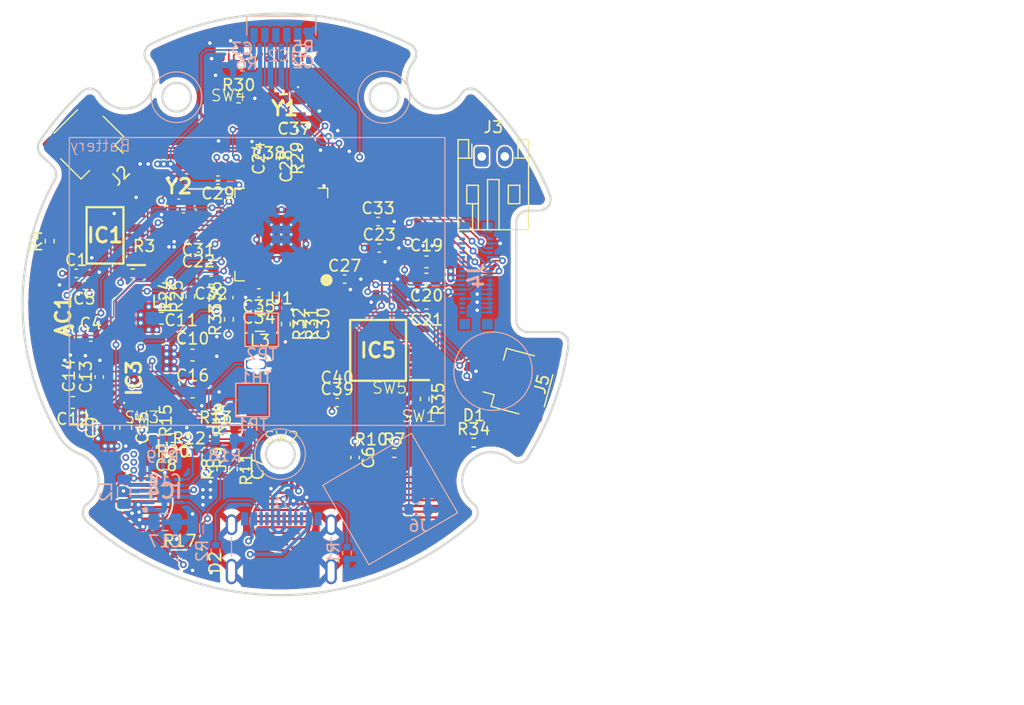
<source format=kicad_pcb>
(kicad_pcb (version 20241229) (generator "pcbnew") (generator_version "9.0")
  (layers (0 "F.Cu" signal) (4 "In1.Cu" signal) (6 "In2.Cu" signal) (2 "B.Cu" signal) (13 "F.Paste" user) (15 "B.Paste" user) (5 "F.SilkS" user "F.Silkscreen") (7 "B.SilkS" user "B.Silkscreen") (1 "F.Mask" user) (3 "B.Mask" user) (25 "Edge.Cuts" user))
  (net 0 "")
  (net 2 "/accel/SPI.SCK")
  (net 3 "/accel/SPI.MOSI")
  (net 4 "GND")
  (net 5 "/accel/SPI.MISO")
  (net 8 "/accel/~{ACCEL_CSB}")
  (net 9 "/accel/ACCEL_INT")
  (net 10 "Net-(IC2-VCC1)")
  (net 11 "Net-(IC2-VCC2{slash}IRED{slash}ANODE)")
  (net 12 "/buttons/BUT.R")
  (net 13 "/buttons/BUT.M")
  (net 14 "/buttons/BUT.L")
  (net 15 "/power/BTST")
  (net 16 "/power/SW")
  (net 17 "VSYS")
  (net 18 "VBUS")
  (net 19 "/power/PMID")
  (net 20 "/power/REGN")
  (net 21 "/connectors/BAT+")
  (net 22 "+3.3V")
  (net 23 "/screen/SCREEN_3V3")
  (net 24 "/mcu/MCU_1V1")
  (net 25 "/mcu/VREG_AVDD")
  (net 26 "/mcu/XIN")
  (net 27 "Net-(C38-Pad1)")
  (net 28 "Net-(D1-A)")
  (net 29 "Net-(D2-A)")
  (net 30 "/power/~{STAT}")
  (net 31 "/eeprom/~{EEPROM_CSB}")
  (net 32 "/irda/IRDA.RX")
  (net 33 "/irda/IRDA.TX")
  (net 34 "/irda/IRDA.SD")
  (net 35 "/mcu/I2C.SCL")
  (net 36 "/mcu/I2C.SDA")
  (net 37 "/power/ILIM")
  (net 38 "/power/~{QON}")
  (net 39 "/power/TS_BIAS")
  (net 40 "/power/TS")
  (net 41 "/power/3V3_EN")
  (net 42 "/power/PS")
  (net 43 "Net-(IC4-LX1)")
  (net 44 "Net-(IC4-LX2)")
  (net 45 "/flash/QSPI0.SS")
  (net 46 "/flash/QSPI0.SCLK")
  (net 47 "/flash/QSPI0.SD1")
  (net 48 "/flash/QSPI0.SD2")
  (net 49 "/flash/QSPI0.SD0")
  (net 50 "/flash/QSPI0.SD3")
  (net 53 "/connectors/USB.D-")
  (net 54 "/connectors/CC1")
  (net 55 "/connectors/USB.D+")
  (net 56 "/connectors/CC2")
  (net 57 "/connectors/SWD.SWCLK")
  (net 58 "/connectors/SWD.SWDIO")
  (net 60 "/mcu/QSPI1.SCK")
  (net 64 "/mcu/SCREEN_AUX.PWR_EN")
  (net 65 "/mcu/QSPI1.SDIO2")
  (net 66 "/mcu/QSPI1.SDIO3")
  (net 67 "/mcu/SCREEN_AUX.~{CSB}")
  (net 69 "/mcu/SCREEN_AUX.~{RST}")
  (net 70 "/mcu/QSPI1.SDIO1")
  (net 73 "/mcu/QSPI1.SDIO0")
  (net 75 "/connectors/DBG_UART.RX")
  (net 76 "/connectors/DBG_UART.TX")
  (net 77 "/mcu/SOUND_PWM")
  (net 78 "/mcu/VREG_LX")
  (net 79 "/buttons/BUT_R_1")
  (net 80 "/buttons/BUT_M_1")
  (net 81 "/buttons/BUT_L_1")
  (net 82 "/mcu/XOUT")
  (net 83 "Net-(R30-Pad2)")
  (net 84 "Net-(U1-USB_DP)")
  (net 85 "Net-(U1-USB_DM)")
  (net 86 "/mcu/~{USB_BOOT}")
  (net 87 "Net-(U1-RUN)")
  (net 88 "/mcu/RTC_XO")
  (net 89 "/mcu/PWR_AUX.~{BAT_INT}")
  (net 90 "/mcu/PWR_AUX.~{PG}")
  (net 91 "/mcu/PWR_AUX.~{BAT_CE}")
  (net 99 "/mcu/USER_LED")
  (footprint "Resistor_SMD:R_0402_1005Metric" (layer "F.Cu") (at 150.8 113.1)
    (property "Reference" "R7")
    (property "Value" "10k")
  )
  (footprint "RP2350_KiCad-main:RP2350A_QFN-60_EP_7.75x7.75_Pitch0.4mm" (layer "F.Cu") (at 141 94.125 180)
    (property "Reference" "U1")
    (property "Value" "RP2350A-QFN60")
  )
  (footprint "Resistor_SMD:R_0402_1005Metric" (layer "F.Cu") (at 137.3 82.3125)
    (property "Reference" "R30")
    (property "Value" "1k")
  )
  (footprint "SamacSys_Parts:ABM8272T3" (layer "F.Cu") (at 141.3 83.175 180)
    (property "Reference" "Y1")
    (property "Value" "ABM8-272-T3" (hide yes))
  )
  (footprint "CustomFootprints:Button_membrane_5mm" (layer "F.Cu") (at 128.9 117.3)
    (property "Reference" "SW3")
    (property "Value" "BUT_L")
  )
  (footprint "SamacSys_Parts:BOSCH_LGA-12" (layer "F.Cu") (at 123.6 100.83483 90)
    (property "Reference" "AC1")
    (property "Value" "BMA400" (hide yes))
  )
  (footprint "CustomFootprints:WS_TASV_435151014824" (layer "F.Cu") (at 136.2 83.25)
    (property "Reference" "SW4")
    (property "Value" "RUN")
  )
  (footprint "Capacitor_SMD:C_0402_1005Metric" (layer "F.Cu") (at 124.47 103.03483)
    (property "Reference" "C4")
    (property "Value" "0.1uF")
  )
  (footprint "Capacitor_SMD:C_0603_1608Metric" (layer "F.Cu") (at 153.6 98 180)
    (property "Reference" "C20")
    (property "Value" "10uF")
  )
  (footprint "Capacitor_SMD:C_0603_1608Metric" (layer "F.Cu") (at 126 110.899998 90)
    (property "Reference" "C9")
    (property "Value" "47nF")
  )
  (footprint "Capacitor_SMD:C_0201_0603Metric" (layer "F.Cu") (at 139.9 86 180)
    (property "Reference" "C38")
    (property "Value" "15pF")
  )
  (footprint "Capacitor_SMD:C_0402_1005Metric" (layer "F.Cu") (at 133.8 95.3 180)
    (property "Reference" "C22")
    (property "Value" "0.1uF")
  )
  (footprint "Capacitor_SMD:C_0402_1005Metric" (layer "F.Cu") (at 145.85 107.7125)
    (property "Reference" "C40")
    (property "Value" "4.7uF")
  )
  (footprint "Capacitor_SMD:C_0402_1005Metric" (layer "F.Cu") (at 149.4 93)
    (property "Reference" "C33")
    (property "Value" "0.1uF")
  )
  (footprint "Resistor_SMD:R_0402_1005Metric" (layer "F.Cu") (at 133 113)
    (property "Reference" "R12")
    (property "Value" "1k")
  )
  (footprint "Resistor_SMD:R_0402_1005Metric" (layer "F.Cu") (at 148.8 113.1)
    (property "Reference" "R10")
    (property "Value" "1k")
  )
  (footprint "CustomFootprints:L_0805_2016Metric" (layer "F.Cu") (at 139.15 101.7875 180)
    (property "Reference" "L3")
    (property "Value" "3.3uF")
  )
  (footprint "Capacitor_SMD:C_0201_0603Metric" (layer "F.Cu") (at 142.1 85.9875)
    (property "Reference" "C37")
    (property "Value" "15pF")
  )
  (footprint "LED_SMD:LED_0402_1005Metric" (layer "F.Cu") (at 157.715 111)
    (property "Reference" "D1")
    (property "Value" "USER_LED")
  )
  (footprint "Capacitor_SMD:C_0402_1005Metric" (layer "F.Cu") (at 131 113 180)
    (property "Reference" "C8")
    (property "Value" "0.1uF")
  )
  (footprint "Resistor_SMD:R_0402_1005Metric" (layer "F.Cu") (at 135.3 111.2)
    (property "Reference" "R13")
    (property "Value" "5.3k")
  )
  (footprint "Capacitor_SMD:C_0402_1005Metric" (layer "F.Cu") (at 140.2 87.5 90)
    (property "Reference" "C24")
    (property "Value" "4.7uF")
  )
  (footprint "SamacSys_Parts:SOIC127P790X216-8N" (layer "F.Cu") (at 149.4 104.1875 180)
    (property "Reference" "IC5")
    (property "Value" "W25Q128JVSIM_TR" (hide yes))
  )
  (footprint "Resistor_SMD:R_0402_1005Metric" (layer "F.Cu") (at 132.2 121.9)
    (property "Reference" "R17")
    (property "Value" "1k")
  )
  (footprint "Capacitor_SMD:C_0402_1005Metric" (layer "F.Cu") (at 133.8 94.3 180)
    (property "Reference" "C31")
    (property "Value" "0.1uF")
  )
  (footprint "Resistor_SMD:R_0402_1005Metric" (layer "F.Cu") (at 131.6 111.8 180)
    (property "Reference" "R20")
    (property "Value" "10k")
  )
  (footprint "Capacitor_SMD:C_0603_1608Metric" (layer "F.Cu") (at 153.6 96.5)
    (property "Reference" "C19")
    (property "Value" "10uF")
  )
  (footprint "Capacitor_SMD:C_0402_1005Metric" (layer "F.Cu") (at 137.8 114.5 -90)
    (property "Reference" "C7")
    (property "Value" "0.1uF")
  )
  (footprint "Resistor_SMD:R_0402_1005Metric" (layer "F.Cu") (at 134.5 113.5 -90)
    (property "Reference" "R9")
    (property "Value" "10k")
  )
  (footprint "Capacitor_SMD:C_0603_1608Metric" (layer "F.Cu") (at 133.3 107.8)
    (property "Reference" "C16")
    (property "Value" "10uF")
  )
  (footprint "Resistor_SMD:R_0402_1005Metric" (layer "F.Cu") (at 136.45 101.5 90)
    (property "Reference" "R33")
    (property "Value" "33R")
  )
  (footprint "Capacitor_SMD:C_0402_1005Metric" (layer "F.Cu") (at 149.5 95.3)
    (property "Reference" "C23")
    (property "Value" "0.1uF")
  )
  (footprint "Capacitor_SMD:C_0402_1005Metric" (layer "F.Cu") (at 125.2 106.499998 90)
    (property "Reference" "C13")
    (property "Value" "0.1uF")
  )
  (footprint "SamacSys_Parts:SOIC127P600X175-8N" (layer "F.Cu") (at 125.7 94.2 180)
    (property "Reference" "IC1")
    (property "Value" "M95512-RMN6TP" (hide yes))
  )
  (footprint "Capacitor_SMD:C_0402_1005Metric" (layer "F.Cu") (at 136.45 99.6 90)
    (property "Reference" "C36")
    (property "Value" "4.7uF")
  )
  (footprint "SamacSys_Parts:BQ25628ERYKR" (layer "F.Cu") (at 128.21325 106.599998 90)
    (property "Reference" "IC3")
    (property "Value" "BQ25628ERYKR" (hide yes))
  )
  (footprint "Resistor_SMD:R_0402_1005Metric" (layer "F.Cu") (at 142.5 101.8875 -90)
    (property "Reference" "R31")
    (property "Value" "22R")
  )
  (footprint "Capacitor_SMD:C_0402_1005Metric" (layer "F.Cu") (at 123.9 98.53483 180)
    (property "Reference" "C5")
    (property "Value" "0.1uF")
  )
  (footprint "CustomFootprints:Button_membrane_5mm" (layer "F.Cu") (at 141 119.05)
    (property "Reference" "SW2")
    (property "Value" "BUT_M")
  )
  (footprint "Capacitor_SMD:C_0603_1608Metric" (layer "F.Cu") (at 132.3 102.999998)
    (property "Reference" "C11")
    (property "Value" "10uF")
  )
  (footprint "CustomFootprints:WS_TASV_435151014824" (layer "F.Cu") (at 150.2 108.65)
    (property "Reference" "SW5")
    (property "Value" "BOOTSEL")
  )
  (footprint "Connector_JST:JST_SH_SM03B-SRSS-TB_1x03-1MP_P1.00mm_Horizontal" (layer "F.Cu") (at 161.6 107 75)
    (property "Reference" "J5")
    (property "Value" "UART")
  )
  (footprint "Resistor_SMD:R_0402_1005Metric" (layer "F.Cu") (at 136.8 114.5 -90)
    (property "Reference" "R11")
    (property "Value" "1k")
  )
  (footprint "Capacitor_SMD:C_0402_1005Metric" (layer "F.Cu") (at 135.5 89.4 180)
    (property "Reference" "C29")
    (property "Value" "0.1uF")
  )
  (footprint "SamacSys_Parts:SIT1533AIH4DCC32768E" (layer "F.Cu") (at 132.3 91.65)
    (property "Reference" "Y2")
    (property "Value" "SIT1533AI-H4-DCC-32.768E" (hide yes))
  )
  (footprint "Resistor_SMD:R_0402_1005Metric" (layer "F.Cu") (at 128.1 97.5)
    (property "Reference" "R3")
    (property "Value" "10k")
  )
  (footprint "Capacitor_SMD:C_0603_1608Metric" (layer "F.Cu") (at 124 106.399998 90)
    (property "Reference" "C14")
    (property "Value" "10uF")
  )
  (footprint "Connector_JST:JST_SH_SM03B-SRSS-TB_1x03-1MP_P1.00mm_Horizontal" (layer "F.Cu") (at 124.2 86.2 -135)
    (property "Reference" "J2")
    (property "Value" "SWD")
  )
  (footprint "Resistor_SMD:R_0402_1005Metric" (layer "F.Cu") (at 135.8 114.5 90)
    (property "Reference" "R8")
    (property "Value" "10k")
  )
  (footprint "Capacitor_SMD:C_0402_1005Metric" (layer "F.Cu") (at 147.4 113.5 -90)
    (property "Reference" "C6")
    (property "Value" "0.1uF")
  )
  (footprint "Capacitor_SMD:C_0603_1608Metric" (layer "F.Cu") (at 122.91325 108.712998 180)
    (property "Reference" "C12")
    (property "Value" "10uF")
  )
  (footprint "Capacitor_SMD:C_0402_1005Metric" (layer "F.Cu") (at 146.5 98)
    (property "Reference" "C27")
    (property "Value" "0.1uF")
  )
  (footprint "Capacitor_SMD:C_0402_1005Metric" (layer "F.Cu") (at 139.05 100.2 180)
    (property "Reference" "C34")
    (property "Value" "4.7uF")
  )
  (footprint "Inductor_SMD:L_0603_1608Metric" (layer "F.Cu") (at 130.6 101.399998)
    (property "Reference" "L1")
    (property "Value" "1uH")
  )
  (footprint "Resistor_SMD:R_0402_1005Metric" (layer "F.Cu") (at 153.45 108.4125 -90)
    (property "Reference" "R35")
    (property "Value" "1k")
  )
  (footprint "CustomFootprints:Button_membrane_5mm" (layer "F.Cu") (at 152.95 117.2)
    (property "Reference" "SW1")
    (property "Value" "BUT_R")
  )
  (footprint "Capacitor_SMD:C_0402_1005Metric" (layer "F.Cu") (at 143.5 101.8875 -90)
    (property "Reference" "C30")
    (property "Value" "0.1uF")
  )
  (footprint "Connector_JST:JST_PH_S2B-PH-K_1x02_P2.00mm_Horizontal" (layer "F.Cu") (at 158.4 87.35)
    (property "Reference" "J3")
    (property "Value" "BAT")
  )
  (footprint "Capacitor_SMD:C_0402_1005Metric" (layer "F.Cu") (at 142.6 88.1875 90)
    (property "Reference" "C28")
    (property "Value" "0.1uF")
  )
  (footprint "Resistor_SMD:R_0402_1005Metric" (layer "F.Cu") (at 157.7 112.2)
    (property "Reference" "R34")
    (property "Value" "1k")
  )
  (footprint "Capacitor_SMD:C_0603_1608Metric" (layer "F.Cu") (at 153.6 100.1 180)
    (property "Reference" "C21")
    (property "Value" "10uF")
  )
  (footprint "Capacitor_SMD:C_0603_1608Metric" (layer "F.Cu") (at 127.5 110.899998 -90)
    (property "Reference" "C15")
    (property "Value" "4.7uF")
  )
  (footprint "Capacitor_SMD:C_0402_1005Metric" (layer "F.Cu") (at 134.9 98.1 180)
    (property "Reference" "C32")
    (property "Value" "0.1uF")
  )
  (footprint "LED_SMD:LED_0402_1005Metric" (layer "F.Cu") (at 134.1 122.6 -90)
    (property "Reference" "D2")
    (property "Value" "~{STAT}")
  )
  (footprint "Capacitor_SMD:C_0603_1608Metric" (layer "F.Cu") (at 133.3 104.6)
    (property "Reference" "C10")
    (property "Value" "10uF")
  )
  (footprint "Resistor_SMD:R_0603_1608Metric" (layer "F.Cu") (at 137.05 110.2 90)
    (property "Reference" "R14")
    (property "Value" "30k")
  )
  (footprint "Capacitor_SMD:C_0402_1005Metric" (layer "F.Cu") (at 123.2 97.5)
    (property "Reference" "C1")
    (property "Value" "0.1uF")
  )
  (footprint "Resistor_SMD:R_0402_1005Metric" (layer "F.Cu") (at 133.1 99.5 90)
    (property "Reference" "R25")
    (property "Value" "10k")
  )
  (footprint "Resistor_SMD:R_0402_1005Metric" (layer "F.Cu") (at 120.9 94.7 90)
    (property "Reference" "R4")
    (property "Value" "10k")
  )
  (footprint "Resistor_SMD:R_0402_1005Metric" (layer "F.Cu") (at 141.2 87.5 -90)
    (property "Reference" "R29")
    (property "Value" "1k")
  )
  (footprint "Resistor_SMD:R_0402_1005Metric" (layer "F.Cu") (at 129.8 110.299998 -90)
    (property "Reference" "R15")
    (property "Value" "5k")
  )
  (footprint "Capacitor_SMD:C_0402_1005Metric" (layer "F.Cu") (at 139.05 99.2 180)
    (property "Reference" "C35")
    (property "Value" "4.7uF")
  )
  (footprint "Resistor_SMD:R_0402_1005Metric" (layer "F.Cu") (at 132.1 99.5 90)
    (property "Reference" "R24")
    (property "Value" "10k")
  )
  (footprint "Capacitor_SMD:C_0402_1005Metric" (layer "F.Cu") (at 145.85 108.7125)
    (property "Reference" "C39")
    (property "Value" "0.1uF")
  )
  (footprint "Resistor_SMD:R_0402_1005Metric" (layer "F.Cu") (at 141.4 101.9 -90)
    (property "Reference" "R32")
    (property "Value" "22R")
  )
  (footprint "Resistor_SMD:R_0402_1005Metric" (layer "B.Cu") (at 135.3 121.6 -90)
    (property "Reference" "R2")
    (property "Value" "5.1k")
  )
  (footprint "Resistor_SMD:R_0603_1608Metric" (layer "B.Cu") (at 136.1 111.9)
    (property "Reference" "R18")
    (property "Value" "100k")
  )
  (footprint "SamacSys_Parts:AXE534127" (layer "B.Cu") (at 157.9 97.7 90)
    (property "Reference" "J4")
    (property "Value" "DO0180FMST08" (hide yes))
  )
  (footprint "Inductor_SMD:L_0805_2012Metric" (layer "B.Cu") (at 127.35 116.4625 -90)
    (property "Reference" "L2")
    (property "Value" "2.2uH")
  )
  (footprint "CustomFootprints:TFBS4711-TR" (layer "B.Cu") (at 141 76.8075 180)
    (property "Reference" "IC2")
    (property "Value" "TFBS4711-TT1")
  )
  (footprint "Capacitor_SMD:C_0805_2012Metric" (layer "B.Cu") (at 130.9 119.1)
    (property "Reference" "C17")
    (property "Value" "47uF")
  )
  (footprint "Capacitor_SMD:C_0402_1005Metric" (layer "B.Cu") (at 142.9 78)
    (property "Reference" "C2")
    (property "Value" "0.1uF")
  )
  (footprint "TestPoint:TestPoint_Pad_2.5x2.5mm" (layer "B.Cu") (at 139.3 102.4)
    (property "Reference" "TP2")
    (property "Value" "MCU_1V1")
  )
  (footprint "CustomFootprints:R_0402_1005Metric_Sunken" (layer "B.Cu") (at 138.8 105.4)
    (property "Reference" "TH1")
    (property "Value" "10k")
  )
  (footprint "Capacitor_SMD:C_0805_2012Metric" (layer "B.Cu") (at 130.9 113.8)
    (property "Reference" "C18")
    (property "Value" "47uF")
  )
  (footprint "Resistor_SMD:R_0402_1005Metric" (layer "B.Cu") (at 138 78.1)
    (property "Reference" "R6")
    (property "Value" "56R")
  )
  (footprint "Resistor_SMD:R_0603_1608Metric" (layer "B.Cu") (at 130.7 112)
    (property "Reference" "R19")
    (property "Value" "100k")
  )
  (footprint "Resistor_SMD:R_0402_1005Metric" (layer "B.Cu") (at 142.9 79 180)
    (property "Reference" "R5")
    (property "Value" "47R")
  )
  (footprint "Resistor_SMD:R_0603_1608Metric" (layer "B.Cu") (at 152.9 118)
    (property "Reference" "J6")
    (property "Value" "SPEAKER_CONNECTOR")
  )
  (footprint "CustomFootprints:GCT_USB4215_03_A" (layer "B.Cu") (at 141 118.825 180)
    (property "Reference" "J1")
    (property "Value" "USB4215-03-A")
  )
  (footprint "Capacitor_SMD:C_0603_1608Metric" (layer "B.Cu") (at 137.6 79.4 180)
    (property "Reference" "C3")
    (property "Value" "4.7uF")
  )
  (footprint "SamacSys_Parts:SON50P250X250X80-11N-D" (layer "B.Cu") (at 130.85 116.4)
    (property "Reference" "IC4")
    (property "Value" "RT6150B-33GQW" (hide yes))
  )
  (footprint "Resistor_SMD:R_0402_1005Metric" (layer "B.Cu") (at 146.7 121.79 -90)
    (property "Reference" "R1")
    (property "Value" "5.1k")
  )
  (footprint "TestPoint:TestPoint_Pad_2.5x2.5mm" (layer "B.Cu") (at 138.5 108.5)
    (property "Reference" "TP1")
    (property "Value" "~{QON}")
  )
  (gr_line (start 152.3 111.4) (end 156.3 118.3) (stroke (width 0.1)) (layer "B.SilkS"))
  (gr_circle (center 140.9 113.2) (end 142.9 114.1) (stroke (width 0.1)) (fill no) (layer "B.SilkS"))
  (gr_line (start 156.3 118.3) (end 148.6 122.8) (stroke (width 0.1)) (layer "B.SilkS"))
  (gr_circle (center 131.9 82.2) (end 134.1 82.2) (stroke (width 0.1)) (fill no) (layer "B.SilkS"))
  (gr_line (start 144.6 115.9) (end 152.3 111.4) (stroke (width 0.1)) (layer "B.SilkS"))
  (gr_rect (start 122.6 85.7) (end 155.2 110.7) (stroke (width 0.1)) (fill no) (layer "B.SilkS"))
  (gr_line (start 148.6 122.8) (end 144.6 115.9) (stroke (width 0.1)) (layer "B.SilkS"))
  (gr_circle (center 149.9 82.2) (end 152.1 81.7) (stroke (width 0.1)) (fill no) (layer "B.SilkS"))
  (gr_circle (center 159.375846 106) (end 162.775846 106) (stroke (width 0.1)) (fill no) (layer "B.SilkS"))
  (gr_circle (center 149.919695 82.196164) (end 148.669695 82.196164) (stroke (width 0.2)) (fill no) (layer "Edge.Cuts"))
  (gr_arc (start 164.929618 102.599999) (mid 165.684722 102.944394) (end 165.919718 103.740364) (stroke (width 0.2)) (layer "Edge.Cuts"))
  (gr_line (start 162.400003 92.049152) (end 163.378427 92.049152) (stroke (width 0.2)) (layer "Edge.Cuts"))
  (gr_arc (start 121.712107 111.672626) (mid 118.548008 100.581163) (end 121.328596 89.387396) (stroke (width 0.2)) (layer "Edge.Cuts"))
  (gr_arc (start 120.047978 85.985818) (mid 121.759853 83.750406) (end 123.709965 81.719484) (stroke (width 0.2)) (layer "Edge.Cuts"))
  (gr_arc (start 129.354449 79.1129) (mid 128.84272 82.751644) (end 125.256726 81.949785) (stroke (width 0.2)) (layer "Edge.Cuts"))
  (gr_arc (start 165.919718 103.740364) (mid 164.664254 108.784437) (end 162.402533 113.464553) (stroke (width 0.2)) (layer "Edge.Cuts"))
  (gr_arc (start 120.1868 87.274523) (mid 119.880334 86.655705) (end 120.047978 85.985818) (stroke (width 0.2)) (layer "Edge.Cuts"))
  (gr_arc (start 156.582664 81.949785) (mid 157.300582 81.462137) (end 158.129425 81.719484) (stroke (width 0.2)) (layer "Edge.Cuts"))
  (gr_arc (start 123.709965 81.719484) (mid 124.538806 81.46214) (end 125.256726 81.949785) (stroke (width 0.2)) (layer "Edge.Cuts"))
  (gr_arc (start 157.721727 119.044352) (mid 140.919695 125.446164) (end 124.117663 119.044352) (stroke (width 0.2)) (layer "Edge.Cuts"))
  (gr_line (start 161.4 101.6) (end 161.4 93.049155) (stroke (width 0.2)) (layer "Edge.Cuts"))
  (gr_arc (start 157.668689 117.507333) (mid 158.055706 118.263403) (end 157.721727 119.044352) (stroke (width 0.2)) (layer "Edge.Cuts"))
  (gr_arc (start 164.304561 90.671956) (mid 164.208246 91.607186) (end 163.378427 92.049152) (stroke (width 0.2)) (layer "Edge.Cuts"))
  (gr_arc (start 152.156043 77.584066) (mid 152.688672 78.269277) (end 152.484941 79.1129) (stroke (width 0.2)) (layer "Edge.Cuts"))
  (gr_circle (center 140.919695 113.196164) (end 139.669695 113.196164) (stroke (width 0.2)) (fill no) (layer "Edge.Cuts"))
  (gr_arc (start 161.4 93.049155) (mid 161.692894 92.342046) (end 162.400003 92.049152) (stroke (width 0.2)) (layer "Edge.Cuts"))
  (gr_arc (start 156.582664 81.949785) (mid 152.99667 82.751645) (end 152.484941 79.1129) (stroke (width 0.2)) (layer "Edge.Cuts"))
  (gr_arc (start 162.402533 113.464553) (mid 161.69156 113.929248) (end 160.879709 113.679606) (stroke (width 0.2)) (layer "Edge.Cuts"))
  (gr_arc (start 123.527074 113.193715) (mid 122.491118 112.586465) (end 121.712107 111.672626) (stroke (width 0.2)) (layer "Edge.Cuts"))
  (gr_circle (center 131.919695 82.196164) (end 130.669695 82.196164) (stroke (width 0.2)) (fill no) (layer "Edge.Cuts"))
  (gr_arc (start 129.683347 77.584066) (mid 140.919695 74.946164) (end 152.156043 77.584066) (stroke (width 0.2)) (layer "Edge.Cuts"))
  (gr_arc (start 158.129425 81.719484) (mid 161.704714 85.859305) (end 164.304561 90.671956) (stroke (width 0.2)) (layer "Edge.Cuts"))
  (gr_arc (start 121.140808 88.178415) (mid 121.441166 88.75083) (end 121.328596 89.387396) (stroke (width 0.2)) (layer "Edge.Cuts"))
  (gr_line (start 164.929618 102.599999) (end 162.399999 102.599999) (stroke (width 0.2)) (layer "Edge.Cuts"))
  (gr_arc (start 129.354449 79.1129) (mid 129.150718 78.269276) (end 129.683347 77.584066) (stroke (width 0.2)) (layer "Edge.Cuts"))
  (gr_arc (start 123.527074 113.193715) (mid 125.112358 115.162006) (end 124.170701 117.507333) (stroke (width 0.2)) (layer "Edge.Cuts"))
  (gr_line (start 120.1868 87.274523) (end 121.140808 88.178415) (stroke (width 0.2)) (layer "Edge.Cuts"))
  (gr_arc (start 157.668689 117.507333) (mid 157.284346 113.924213) (end 160.879709 113.679606) (stroke (width 0.2)) (layer "Edge.Cuts"))
  (gr_arc (start 162.399999 102.599999) (mid 161.692893 102.307106) (end 161.4 101.6) (stroke (width 0.2)) (layer "Edge.Cuts"))
  (gr_arc (start 124.117663 119.044352) (mid 123.783687 118.263405) (end 124.170701 117.507333) (stroke (width 0.2)) (layer "Edge.Cuts"))
  (gr_text "picowalker v0.3" (at 135.2 79.2 0) (layer "F.Cu") (effects (font (size 1 1)) (justify left bottom)))
  (gr_text "Battery" (at 128 87 0) (layer "B.SilkS") (effects (font (size 1 1) (thickness 0.1)) (justify left bottom mirror)))
  (segment (start 121.9995 93.3295) (end 121.9995 91.744) (width 0.15) (layer "F.Cu") (net 2))
  (segment (start 122.725 93.565) (end 122.988 93.565) (width 0.15) (layer "F.Cu") (net 2))
  (segment (start 122.43 101.08483) (end 122.785 101.08483) (width 0.15) (layer "F.Cu") (net 2))
  (segment (start 121 95.29) (end 122.725 93.565) (width 0.15) (layer "F.Cu") (net 2))
  (segment (start 124.0435 89.7) (end 126.7 89.7) (width 0.15) (layer "F.Cu") (net 2))
  (segment (start 127.7 88.7) (end 137.2 88.7) (width 0.15) (layer "F.Cu") (net 2))
  (segment (start 137.2 88.7) (end 138.6 90.1) (width 0.15) (layer "F.Cu") (net 2))
  (segment (start 120.9 95.21) (end 120.9 99.55483) (width 0.15) (layer "F.Cu") (net 2))
  (segment (start 120.9 99.55483) (end 122.43 101.08483) (width 0.15) (layer "F.Cu") (net 2))
  (segment (start 138.6 90.1) (end 138.6 90.6875) (width 0.15) (layer "F.Cu") (net 2))
  (segment (start 126.7 89.7) (end 127.7 88.7) (width 0.15) (layer "F.Cu") (net 2))
  (segment (start 121.9995 91.744) (end 124.0435 89.7) (width 0.15) (layer "F.Cu") (net 2))
  (segment (start 122.235 93.565) (end 121.9995 93.3295) (width 0.15) (layer "F.Cu") (net 2))
  (segment (start 122.988 93.565) (end 122.235 93.565) (width 0.15) (layer "F.Cu") (net 2))
  (segment (start 126.2 103.2) (end 126.2 95.0695) (width 0.15) (layer "F.Cu") (net 3))
  (segment (start 123.35 102.00483) (end 123.2 102.15483) (width 0.15) (layer "F.Cu") (net 3))
  (segment (start 137.5625 91.325) (end 136.2375 90) (width 0.15) (layer "F.Cu") (net 3))
  (segment (start 136.2375 90) (end 125.283 90) (width 0.15) (layer "F.Cu") (net 3))
  (segment (start 123.4255 92.295) (end 122.988 92.295) (width 0.15) (layer "F.Cu") (net 3))
  (segment (start 123.2 102.15483) (end 123.2 103.4) (width 0.15) (layer "F.Cu") (net 3))
  (segment (start 123.2 103.4) (end 123.9 104.1) (width 0.15) (layer "F.Cu") (net 3))
  (segment (start 123.9 104.1) (end 125.3 104.1) (width 0.15) (layer "F.Cu") (net 3))
  (segment (start 123.35 101.64983) (end 123.35 102.00483) (width 0.15) (layer "F.Cu") (net 3))
  (segment (start 125.283 90) (end 122.988 92.295) (width 0.15) (layer "F.Cu") (net 3))
  (segment (start 126.2 95.0695) (end 123.4255 92.295) (width 0.15) (layer "F.Cu") (net 3))
  (segment (start 125.3 104.1) (end 126.2 103.2) (width 0.15) (layer "F.Cu") (net 3))
  (segment (start 132.2 92.1) (end 132.2 92.502) (width 0.15) (layer "F.Cu") (net 4))
  (segment (start 130.8 92.6) (end 130.6 92.4) (width 0.15) (layer "F.Cu") (net 4))
  (segment (start 125.2 106.019998) (end 124.395 106.019998) (width 0.3) (layer "F.Cu") (net 4))
  (segment (start 132.102 92.6) (end 130.8 92.6) (width 0.15) (layer "F.Cu") (net 4))
  (segment (start 125.205 106.024998) (end 125.2 106.019998) (width 0.15) (layer "F.Cu") (net 4))
  (segment (start 132.2 92.502) (end 132.102 92.6) (width 0.15) (layer "F.Cu") (net 4))
  (segment (start 124.395 106.019998) (end 124 105.624998) (width 0.3) (layer "F.Cu") (net 4))
  (segment (start 127.26325 106.024998) (end 125.205 106.024998) (width 0.15) (layer "F.Cu") (net 4))
  (via (at 133.3 123.3) (size 0.6) (drill 0.3) (layers "F.Cu" "B.Cu") (net 4))
  (via (at 151.1 98) (size 0.6) (drill 0.3) (layers "F.Cu" "B.Cu") (net 4))
  (via (at 135.4 99.1) (size 0.6) (drill 0.3) (layers "F.Cu" "B.Cu") (net 4))
  (via (at 154.1 95.1) (size 0.6) (drill 0.3) (layers "F.Cu" "B.Cu") (net 4))
  (via (at 147 98.9) (size 0.6) (drill 0.3) (layers "F.Cu" "B.Cu") (net 4))
  (via (at 141.95 100.65) (size 0.6) (drill 0.3) (layers "F.Cu" "B.Cu") (net 4))
  (via (at 128.75 88) (size 0.6) (drill 0.3) (layers "F.Cu" "B.Cu") (net 4))
  (via (at 158 100) (size 0.6) (drill 0.3) (layers "F.Cu" "B.Cu") (net 4))
  (via (at 135.3 80.3) (size 0.6) (drill 0.3) (layers "F.Cu" "B.Cu") (net 4))
  (via (at 134.2 116.95) (size 0.6) (drill 0.3) (layers "F.Cu" "B.Cu") (net 4))
  (via (at 125.1 101.8) (size 0.6) (drill 0.3) (layers "F.Cu" "B.Cu") (net 4))
  (via (at 121.75 98.5) (size 0.6) (drill 0.3) (layers "F.Cu" "B.Cu") (net 4))
  (via (at 144.4 86.8) (size 0.6) (drill 0.3) (layers "F.Cu" "B.Cu") (net 4))
  (via (at 124.55 96.15) (size 0.6) (drill 0.3) (layers "F.Cu" "B.Cu") (net 4))
  (via (at 128.4 90.9) (size 0.6) (drill 0.3) (layers "F.Cu" "B.Cu") (net 4))
  (via (at 134.1 109) (size 0.6) (drill 0.3) (layers "F.Cu" "B.Cu") (net 4))
  (via (at 135.6 107.8) (size 0.6) (drill 0.3) (layers "F.Cu" "B.Cu") (net 4))
  (via (at 147.9 98) (size 0.6) (drill 0.3) (layers "F.Cu" "B.Cu") (net 4))
  (via (at 138.7 82.3) (size 0.6) (drill 0.3) (layers "F.Cu" "B.Cu") (net 4))
  (via (at 150.8 93) (size 0.6) (drill 0.3) (layers "F.Cu" "B.Cu") (net 4))
  (via (at 134.9 123.5) (size 0.6) (drill 0.3) (layers "F.Cu" "B.Cu") (net 4))
  (via (at 131.794669 89.475) (size 0.6) (drill 0.3) (layers "F.Cu" "B.Cu") (net 4))
  (via (at 135.55 86) (size 0.6) (drill 0.3) (layers "F.Cu" "B.Cu") (net 4))
  (via (at 130.9 114.8) (size 0.6) (drill 0.3) (layers "F.Cu" "B.Cu") (net 4))
  (via (at 132.8 110.9) (size 0.6) (drill 0.3) (layers "F.Cu" "B.Cu") (net 4))
  (via (at 135.4 103) (size 0.6) (drill 0.3) (layers "F.Cu" "B.Cu") (net 4))
  (via (at 152.8 99.1) (size 0.6) (drill 0.3) (layers "F.Cu" "B.Cu") (net 4))
  (via (at 136.9 112.95) (size 0.6) (drill 0.3) (layers "F.Cu" "B.Cu") (net 4))
  (via (at 134.2 117.6) (size 0.6) (drill 0.3) (layers "F.Cu" "B.Cu") (net 4))
  (via (at 143.55 103.05) (size 0.6) (drill 0.3) (layers "F.Cu" "B.Cu") (net 4))
  (via (at 135.4 104.7) (size 0.6) (drill 0.3) (layers "F.Cu" "B.Cu") (net 4))
  (via (at 148.8 100) (size 0.6) (drill 0.3) (layers "F.Cu" "B.Cu") (net 4))
  (via (at 130.6 92.4) (size 0.6) (drill 0.3) (layers "F.Cu" "B.Cu") (net 4))
  (via (at 151.2 95.3) (size 0.6) (drill 0.3) (layers "F.Cu" "B.Cu") (net 4))
  (via (at 144.7 89.9) (size 0.6) (drill 0.3) (layers "F.Cu" "B.Cu") (net 4))
  (via (at 146.9 86.9) (size 0.6) (drill 0.3) (layers "F.Cu" "B.Cu") (net 4))
  (via (at 128.25 105.95) (size 0.5) (drill 0.3) (layers "F.Cu" "B.Cu") (net 4))
  (via (at 134.8 77.5) (size 0.6) (drill 0.3) (layers "F.Cu" "B.Cu") (net 4))
  (via (at 145.9 85.1) (size 0.6) (drill 0.3) (layers "F.Cu" "B.Cu") (net 4))
  (via (at 134.2 116.3) (size 0.6) (drill 0.3) (layers "F.Cu" "B.Cu") (net 4))
  (via (at 125.2 97.4) (size 0.6) (drill 0.3) (layers "F.Cu" "B.Cu") (net 4))
  (via (at 131.7 95.2) (size 0.6) (drill 0.3) (layers "F.Cu" "B.Cu") (net 4))
  (via (at 122.7 104.6) (size 0.6) (drill 0.3) (layers "F.Cu" "B.Cu") (net 4))
  (via (at 142.6 86.8) (size 0.6) (drill 0.3) (layers "F.Cu" "B.Cu") (net 4))
  (via (at 153.3 95.1) (size 0.6) (drill 0.3) (layers "F.Cu" "B.Cu") (net 4))
  (via (at 139.05 87) (size 0.6) (drill 0.3) (layers "F.Cu" "B.Cu") (net 4))
  (via (at 144.3 83.4) (size 0.6) (drill 0.3) (layers "F.Cu" "B.Cu") (net 4))
  (via (at 126.5 92.3) (size 0.6) (drill 0.3) (layers "F.Cu" "B.Cu") (net 4))
  (via (at 137.9 99.5875) (size 0.6) (drill 0.3) (layers "F.Cu" "B.Cu") (net 4))
  (via (at 141.35 103.45) (size 0.6) (drill 0.3) (layers "F.Cu" "B.Cu") (net 4))
  (via (at 127.5 112.5) (size 0.6) (drill 0.3) (layers "F.Cu" "B.Cu") (net 4))
  (via (at 125.25 105.05) (size 0.6) (drill 0.3) (layers "F.Cu" "B.Cu") (net 4))
  (via (at 134.85 115.6) (size 0.6) (drill 0.3) (layers "F.Cu" "B.Cu") (net 4))
  (via (at 131.25 95.2) (size 0.6) (drill 0.3) (layers "F.Cu" "B.Cu") (net 4))
  (via (at 133.3 118.4) (size 0.6) (drill 0.3) (layers "F.Cu" "B.Cu") (net 4))
  (via (at 128.75 112.2) (size 0.6) (drill 0.3) (layers "F.Cu" "B.Cu") (net 4))
  (via (at 134.85 116.3) (size 0.6) (drill 0.3) (layers "F.Cu" "B.Cu") (net 4))
  (via (at 160 94.9) (size 0.6) (drill 0.3) (layers "F.Cu" "B.Cu") (net 4))
  (via (at 138.45 86.05) (size 0.6) (drill 0.3) (layers "F.Cu" "B.Cu") (net 4))
  (via (at 122.45 105.65) (size 0.6) (drill 0.3) (layers "F.Cu" "B.Cu") (net 4))
  (via (at 134.85 116.95) (size 0.6) (drill 0.3) (layers "F.Cu" "B.Cu") (net 4))
  (via (at 142.4 85.1) (size 0.6) (drill 0.3) (layers "F.Cu" "B.Cu") (net 4))
  (via (at 123.4 99.3) (size 0.6) (drill 0.3) (layers "F.Cu" "B.Cu") (net 4))
  (via (at 143.2 116.95) (size 0.6) (drill 0.3) (layers "F.Cu" "B.Cu") (net 4))
  (via (at 158 100.7) (size 0.6) (drill 0.3) (layers "F.Cu" "B.Cu") (net 4))
  (via (at 122.2 105.05) (size 0.6) (drill 0.3) (layers "F.Cu" "B.Cu") (net 4))
  (via (at 158 99.3) (size 0.6) (drill 0.3) (layers "F.Cu" "B.Cu") (net 4))
  (via (at 157.9 106) (size 0.6) (drill 0.3) (layers "F.Cu" "B.Cu") (net 4))
  (via (at 124 104.65) (size 0.6) (drill 0.3) (layers "F.Cu" "B.Cu") (net 4))
  (via (at 150 96.5) (size 0.6) (drill 0.3) (layers "F.Cu" "B.Cu") (net 4))
  (via (at 129.45 88) (size 0.6) (drill 0.3) (layers "F.Cu" "B.Cu") (net 4))
  (via (at 137.9 100.1875) (size 0.6) (drill 0.3) (layers "F.Cu" "B.Cu") (net 4))
  (via (at 142.05 117.25) (size 0.6) (drill 0.3) (layers "F.Cu" "B.Cu") (net 4))
  (via (at 140.1 116.2) (size 0.6) (drill 0.3) (layers "F.Cu" "B.Cu") (net 4))
  (via (at 131.9 120.6) (size 0.6) (drill 0.3) (layers "F.Cu" "B.Cu") (net 4))
  (via (at 131.7 94.75) (size 0.6) (drill 0.3) (layers "F.Cu" "B.Cu") (net 4))
  (via (at 136.6 77.3) (size 0.6) (drill 0.3) (layers "F.Cu" "B.Cu") (net 4))
  (via (at 131.2 89.225) (size 0.6) (drill 0.3) (layers "F.Cu" "B.Cu") (net 4))
  (via (at 127.3 116.4) (size 0.6) (drill 0.3) (layers "F.Cu" "B.Cu") (net 4))
  (via (at 134.95 78.85) (size 0.6) (drill 0.3) (layers "F.Cu" "B.Cu") (net 4))
  (segment (start 156.7 94.9) (end 155.8 94.9) (width 0.15) (layer "B.Cu") (net 4))
  (segment (start 159.1 99.7) (end 158.3 99.7) (width 0.15) (layer "B.Cu") (net 4))
  (segment (start 158 100) (end 158.1 100.1) (width 0.15) (layer "B.Cu") (net 4))
  (segment (start 158.2 100.9) (end 159.1 100.9) (width 0.15) (layer "B.Cu") (net 4))
  (segment (start 158 100) (end 158 100.7) (width 0.15) (layer "B.Cu") (net 4))
  (segment (start 157.5 99.7) (end 157.7 99.7) (width 0.15) (layer "B.Cu") (net 4))
  (segment (start 131.35 116.9) (end 130.85 116.4) (width 0.15) (layer "B.Cu") (net 4))
  (segment (start 157.6 99.7) (end 158 99.3) (width 0.15) (layer "B.Cu") (net 4))
  (segment (start 158.1 98.9) (end 158.05 98.85) (width 0.15) (layer "B.Cu") (net 4))
  (segment (start 157.5 99.7) (end 157.6 99.7) (width 0.15) (layer "B.Cu") (net 4))
  (segment (start 158 99.3) (end 159.1 99.3) (width 0.15) (layer "B.Cu") (net 4))
  (segment (start 158.2 100.5) (end 158 100.7) (width 0.15) (layer "B.Cu") (net 4))
  (segment (start 129.6 116.4) (end 130.85 116.4) (width 0.15) (layer "B.Cu") (net 4))
  (segment (start 156.7 99.7) (end 157.5 99.7) (width 0.15) (layer "B.Cu") (net 4))
  (segment (start 159.1 100.5) (end 158.2 100.5) (width 0.15) (layer "B.Cu") (net 4))
  (segment (start 159.1 98.1) (end 159.1 100.9) (width 0.15) (layer "B.Cu") (net 4))
  (segment (start 159.1 98.5) (end 158.4 98.5) (width 0.15) (layer "B.Cu") (net 4))
  (segment (start 159.1 94.9) (end 159.8 94.9) (width 0.15) (layer "B.Cu") (net 4))
  (segment (start 159.8 94.9) (end 160 94.9) (width 0.15) (layer "B.Cu") (net 4))
  (segment (start 132.1 116.9) (end 131.35 116.9) (width 0.15) (layer "B.Cu") (net 4))
  (segment (start 158 100.7) (end 158.2 100.9) (width 0.15) (layer "B.Cu") (net 4))
  (segment (start 158.1 100.1) (end 159.1 100.1) (width 0.15) (layer "B.Cu") (net 4))
  (segment (start 158.3 99.7) (end 158 100) (width 0.15) (layer "B.Cu") (net 4))
  (segment (start 158.4 98.5) (end 158.05 98.85) (width 0.15) (layer "B.Cu") (net 4))
  (segment (start 159.1 98.9) (end 158.1 98.9) (width 0.15) (layer "B.Cu") (net 4))
  (segment (start 157.7 99.7) (end 158 100) (width 0.15) (layer "B.Cu") (net 4))
  (segment (start 130.699 90.301) (end 129.4005 91.5995) (width 0.15) (layer "F.Cu") (net 5))
  (segment (start 128.965 94.835) (end 128.412 94.835) (width 0.15) (layer "F.Cu") (net 5))
  (segment (start 136.45 91.25) (end 135.501 90.301) (width 0.15) (layer "F.Cu") (net 5))
  (segment (start 135.501 90.301) (end 130.699 90.301) (width 0.15) (layer "F.Cu") (net 5))
  (segment (start 137.5625 91.725) (end 136.925 91.725) (width 0.15) (layer "F.Cu") (net 5))
  (segment (start 129.4005 94.3995) (end 128.965 94.835) (width 0.15) (layer "F.Cu") (net 5))
  (segment (start 122.5 102.5) (end 122.5 101.99983) (width 0.15) (layer "F.Cu") (net 5))
  (segment (start 136.925 91.725) (end 136.45 91.25) (width 0.15) (layer "F.Cu") (net 5))
  (segment (start 129.4005 91.5995) (end 129.4005 94.3995) (width 0.15) (layer "F.Cu") (net 5))
  (segment (start 122.5 101.99983) (end 122.85 101.64983) (width 0.15) (layer "F.Cu") (net 5))
  (via (at 136.45 91.25) (size 0.6) (drill 0.3) (layers "F.Cu" "B.Cu") (net 5))
  (via (at 122.5 102.5) (size 0.6) (drill 0.3) (layers "F.Cu" "B.Cu") (net 5))
  (segment (start 126.45 101.25) (end 126.45 99.95) (width 0.15) (layer "B.Cu") (net 5))
  (segment (start 124.8 102.9) (end 126.45 101.25) (width 0.15) (layer "B.Cu") (net 5))
  (segment (start 129.5 98.2) (end 136.45 91.25) (width 0.15) (layer "B.Cu") (net 5))
  (segment (start 128.2 98.2) (end 129.5 98.2) (width 0.15) (layer "B.Cu") (net 5))
  (segment (start 122.9 102.9) (end 124.8 102.9) (width 0.15) (layer "B.Cu") (net 5))
  (segment (start 126.45 99.95) (end 128.2 98.2) (width 0.15) (layer "B.Cu") (net 5))
  (segment (start 122.5 102.5) (end 122.9 102.9) (width 0.15) (layer "B.Cu") (net 5))
  (segment (start 136.225 92.125) (end 137.5625 92.125) (width 0.15) (layer "F.Cu") (net 8))
  (segment (start 122.85 100.01983) (end 122.85 99.85) (width 0.15) (layer "F.Cu") (net 8))
  (segment (start 122.85 99.85) (end 122.4 99.4) (width 0.15) (layer "F.Cu") (net 8))
  (segment (start 135.9 91.8) (end 136.225 92.125) (width 0.15) (layer "F.Cu") (net 8))
  (segment (start 135 91.8) (end 135.9 91.8) (width 0.15) (layer "F.Cu") (net 8))
  (via (at 135 91.8) (size 0.6) (drill 0.3) (layers "F.Cu" "B.Cu") (net 8))
  (via (at 122.4 99.4) (size 0.6) (drill 0.3) (layers "F.Cu" "B.Cu") (net 8))
  (segment (start 135 91.8) (end 130 91.8) (width 0.15) (layer "B.Cu") (net 8))
  (segment (start 130 91.8) (end 122.4 99.4) (width 0.15) (layer "B.Cu") (net 8))
  (segment (start 130.3 93.1) (end 131.327822 93.1) (width 0.15) (layer "F.Cu") (net 9))
  (segment (start 124.415 101.08483) (end 125.21517 101.08483) (width 0.15) (layer "F.Cu") (net 9))
  (segment (start 131.327822 93.1) (end 131.502822 92.925) (width 0.15) (layer "F.Cu") (net 9))
  (segment (start 131.502822 92.925) (end 137.5625 92.925) (width 0.15) (layer "F.Cu") (net 9))
  (segment (start 125.21517 101.08483) (end 125.35 100.95) (width 0.15) (layer "F.Cu") (net 9))
  (via (at 130.3 93.1) (size 0.6) (drill 0.3) (layers "F.Cu" "B.Cu") (net 9))
  (via (at 125.35 100.95) (size 0.6) (drill 0.3) (layers "F.Cu" "B.Cu") (net 9))
  (segment (start 125.35 98.05) (end 125.35 100.95) (width 0.15) (layer "B.Cu") (net 9))
  (segment (start 130.3 93.1) (end 125.35 98.05) (width 0.15) (layer "B.Cu") (net 9))
  (segment (start 142.425 76.8075) (end 142.425 78.965) (width 0.3) (layer "B.Cu") (net 10))
  (segment (start 142.425 78.965) (end 142.39 79) (width 0.3) (layer "B.Cu") (net 10))
  (segment (start 138.625 76.8075) (end 138.625 79.15) (width 0.3) (layer "B.Cu") (net 11))
  (segment (start 138.625 79.15) (end 138.375 79.4) (width 0.3) (layer "B.Cu") (net 11))
  (segment (start 147.4 113.02) (end 148.21 113.02) (width 0.15) (layer "F.Cu") (net 12))
  (segment (start 149.730446 100.269554) (end 149.730446 98) (width 0.15) (layer "F.Cu") (net 12))
  (segment (start 148.21 113.02) (end 148.29 113.1) (width 0.15) (layer "F.Cu") (net 12))
  (segment (start 147.455446 95.725) (end 144.4375 95.725) (width 0.15) (layer "F.Cu") (net 12))
  (segment (start 149.7 100.3) (end 149.730446 100.269554) (width 0.15) (layer "F.Cu") (net 12))
  (segment (start 149.730446 98) (end 147.455446 95.725) (width 0.15) (layer "F.Cu") (net 12))
  (segment (start 147.4 113.02) (end 147.4 112.1) (width 0.15) (layer "F.Cu") (net 12))
  (via (at 149.7 100.3) (size 0.6) (drill 0.3) (layers "F.Cu" "B.Cu") (net 12))
  (via (at 147.4 112.1) (size 0.6) (drill 0.3) (layers "F.Cu" "B.Cu") (net 12))
  (segment (start 147.4 112.1) (end 147.4 102.6) (width 0.15) (layer "B.Cu") (net 12))
  (segment (start 147.4 102.6) (end 149.7 100.3) (width 0.15) (layer "B.Cu") (net 12))
  (segment (start 137.77 113.99) (end 137.8 114.02) (width 0.15) (layer "F.Cu") (net 13))
  (segment (start 136.8 113.99) (end 137.77 113.99) (width 0.15) (layer "F.Cu") (net 13))
  (segment (start 136.2 87.425) (end 136.2 87.633107) (width 0.15) (layer "F.Cu") (net 13))
  (segment (start 139.4 89.6) (end 138.35 88.55) (width 0.15) (layer "F.Cu") (net 13))
  (segment (start 138.7 113.12) (end 138.7 112) (width 0.15) (layer "F.Cu") (net 13))
  (segment (start 137.9 88.1) (end 138.35 88.55) (width 0.15) (layer "F.Cu") (net 13))
  (segment (start 136.2 87.633107) (end 136.666893 88.1) (width 0.15) (layer "F.Cu") (net 13))
  (segment (start 136.666893 88.1) (end 137.9 88.1) (width 0.15) (layer "F.Cu") (net 13))
  (segment (start 137.8 114.02) (end 138.7 113.12) (width 0.15) (layer "F.Cu") (net 13))
  (segment (start 138.35 88.55) (end 138.3 88.5) (width 0.15) (layer "F.Cu") (net 13))
  (segment (start 139.4 90.6875) (end 139.4 89.6) (width 0.15) (layer "F.Cu") (net 13))
  (via (at 136.2 87.425) (size 0.6) (drill 0.3) (layers "F.Cu" "B.Cu") (net 13))
  (segment (start 137.7 88.4) (end 139 89.7) (width 0.15) (layer "F.Cu") (net 14))
  (segment (start 131.5 112.98) (end 132.47 112.98) (width 0.15) (layer "F.Cu") (net 14))
  (segment (start 133.59 111.9) (end 133.8 111.9) (width 0.15) (layer "F.Cu") (net 14))
  (segment (start 132.47 112.98) (end 132.49 113) (width 0.15) (layer "F.Cu") (net 14))
  (segment (start 135.4 87.425) (end 135.333107 87.491893) (width 0.15) (layer "F.Cu") (net 14))
  (segment (start 135.333107 87.733107) (end 136 88.4) (width 0.15) (layer "F.Cu") (net 14))
  (segment (start 133.8 111.9) (end 138.125678 111.9) (width 0.15) (layer "F.Cu") (net 14))
  (segment (start 136 88.4) (end 137.7 88.4) (width 0.15) (layer "F.Cu") (net 14))
  (segment (start 139 89.7) (end 139 90.6875) (width 0.15) (layer "F.Cu") (net 14))
  (segment (start 132.49 113) (end 133.59 111.9) (width 0.15) (layer "F.Cu") (net 14))
  (segment (start 138.3 111.725678) (end 138.3 110.55) (width 0.15) (layer "F.Cu") (net 14))
  (segment (start 138.125678 111.9) (end 138.3 111.725678) (width 0.15) (layer "F.Cu") (net 14))
  (segment (start 135.333107 87.491893) (end 135.333107 87.733107) (width 0.15) (layer "F.Cu") (net 14))
  (via (at 135.4 87.425) (size 0.6) (drill 0.3) (layers "F.Cu" "B.Cu") (net 14))
  (segment (start 126 108.95) (end 126 110.124998) (width 0.15) (layer "F.Cu") (net 15))
  (segment (start 127.037002 107.912998) (end 126 108.95) (width 0.15) (layer "F.Cu") (net 15))
  (segment (start 127.36325 107.912998) (end 127.037002 107.912998) (width 0.15) (layer "F.Cu") (net 15))
  (segment (start 127.26325 106.424998) (end 127.874998 106.424998) (width 0.15) (layer "F.Cu") (net 16))
  (via (at 125.1 111.85) (size 0.6) (drill 0.3) (layers "F.Cu" "B.Cu") (net 16))
  (via (at 126.25 112.5) (size 0.6) (drill 0.3) (layers "F.Cu" "B.Cu") (net 16))
  (via (at 128.2 106.75) (size 0.5) (drill 0.3) (layers "F.Cu" "B.Cu") (net 16))
  (via (at 125 110.85) (size 0.6) (drill 0.3) (layers "F.Cu" "B.Cu") (net 16))
  (via (at 125 111.35) (size 0.6) (drill 0.3) (layers "F.Cu" "B.Cu") (net 16))
  (via (at 125.7 112.5) (size 0.6) (drill 0.3) (layers "F.Cu" "B.Cu") (net 16))
  (via (at 128.6 107.2) (size 0.5) (drill 0.3) (layers "F.Cu" "B.Cu") (net 16))
  (via (at 130.2 102.4) (size 0.6) (drill 0.3) (layers "F.Cu" "B.Cu") (net 16))
  (via (at 130.2 100.4) (size 0.6) (drill 0.3) (layers "F.Cu" "B.Cu") (net 16))
  (via (at 129.5 102.4) (size 0.6) (drill 0.3) (layers "F.Cu" "B.Cu") (net 16))
  (via (at 128.8 101.1) (size 0.6) (drill 0.3) (layers "F.Cu" "B.Cu") (net 16))
  (via (at 129.5 100.4) (size 0.6) (drill 0.3) (layers "F.Cu" "B.Cu") (net 16))
  (via (at 128.8 101.8) (size 0.6) (drill 0.3) (layers "F.Cu" "B.Cu") (net 16))
  (via (at 126.75 112.5) (size 0.6) (drill 0.3) (layers "F.Cu" "B.Cu") (net 16))
  (via (at 128.05 107.25) (size 0.5) (drill 0.3) (layers "F.Cu" "B.Cu") (net 16))
  (segment (start 129.16325 106.024998) (end 130.375002 106.024998) (width 0.15) (layer "F.Cu") (net 17))
  (segment (start 155.7 97.9) (end 155.7 98) (width 0.6) (layer "F.Cu") (net 17))
  (segment (start 155.7 97.3) (end 155.7 97.9) (width 0.6) (layer "F.Cu") (net 17))
  (segment (start 154.375 96.5) (end 154.375 98) (width 0.6) (layer "F.Cu") (net 17))
  (segment (start 155.7 97) (end 155.7 97.3) (width 0.6) (layer "F.Cu") (net 17))
  (segment (start 155.2 96.5) (end 155.7 97) (width 0.6) (layer "F.Cu") (net 17))
  (segment (start 154.375 96.5) (end 155.2 96.5) (width 0.6) (layer "F.Cu") (net 17))
  (via (at 127.5 114.3) (size 0.6) (drill 0.3) (layers "F.Cu" "B.Cu") (net 17))
  (via (at 128.2 113.2) (size 0.6) (drill 0.3) (layers "F.Cu" "B.Cu") (net 17))
  (via (at 155.7 97.9) (size 0.6) (drill 0.3) (layers "F.Cu" "B.Cu") (net 17))
  (via (at 131.7 105.8) (size 0.6) (drill 0.3) (layers "F.Cu" "B.Cu") (net 17))
  (via (at 131.05 103.95) (size 0.6) (drill 0.3) (layers "F.Cu" "B.Cu") (net 17))
  (via (at 131.7 104.5) (size 0.6) (drill 0.3) (layers "F.Cu" "B.Cu") (net 17))
  (via (at 131.7 103.95) (size 0.6) (drill 0.3) (layers "F.Cu" "B.Cu") (net 17))
  (via (at 131.05 104.5) (size 0.6) (drill 0.3) (layers "F.Cu" "B.Cu") (net 17))
  (via (at 128.2 115.3) (size 0.6) (drill 0.3) (layers "F.Cu" "B.Cu") (net 17))
  (via (at 133.4 116.3) (size 0.6) (drill 0.3) (layers "F.Cu" "B.Cu") (net 17))
  (via (at 128.2 113.9) (size 0.6) (drill 0.3) (layers "F.Cu" "B.Cu") (net 17))
  (via (at 131.7 105.15) (size 0.6) (drill 0.3) (layers "F.Cu" "B.Cu") (net 17))
  (via (at 155.7 97.3) (size 0.6) (drill 0.3) (layers "F.Cu" "B.Cu") (net 17))
  (via (at 131.05 105.8) (size 0.6) (drill 0.3) (layers "F.Cu" "B.Cu") (net 17))
  (via (at 131.05 105.15) (size 0.6) (drill 0.3) (layers "F.Cu" "B.Cu") (net 17))
  (via (at 127.5 113.5) (size 0.6) (drill 0.3) (layers "F.Cu" "B.Cu") (net 17))
  (via (at 128.2 114.6) (size 0.6) (drill 0.3) (layers "F.Cu" "B.Cu") (net 17))
  (segment (start 156.1 97.7) (end 155.7 97.3) (width 0.15) (layer "B.Cu") (net 17))
  (segment (start 129.6 115.4) (end 129.6 114.15) (width 0.3) (layer "B.Cu") (net 17))
  (segment (start 155.9 98.1) (end 155.7 97.9) (width 0.15) (layer "B.Cu") (net 17))
  (segment (start 133.3 116.4) (end 133.4 116.3) (width 0.3) (layer "B.Cu") (net 17))
  (segment (start 156.7 97.7) (end 156.1 97.7) (width 0.15) (layer "B.Cu") (net 17))
  (segment (start 129.95 113.8) (end 129.95 112.075) (width 0.3) (layer "B.Cu") (net 17))
  (segment (start 156.7 98.1) (end 155.9 98.1) (width 0.15) (layer "B.Cu") (net 17))
  (segment (start 132.1 116.4) (end 133.3 116.4) (width 0.3) (layer "B.Cu") (net 17))
  (segment (start 129.95 112.075) (end 129.875 112) (width 0.3) (layer "B.Cu") (net 17))
  (segment (start 129.6 114.15) (end 129.95 113.8) (width 0.3) (layer "B.Cu") (net 17))
  (segment (start 126.475002 107.224998) (end 126.4 107.3) (width 0.15) (layer "F.Cu") (net 18))
  (segment (start 123.7 110.8) (end 123.7 108.724748) (width 0.6) (layer "F.Cu") (net 18))
  (segment (start 127.07225 107.224998) (end 126.475002 107.224998) (width 0.15) (layer "F.Cu") (net 18))
  (segment (start 123.7 108.724748) (end 123.68825 108.712998) (width 0.6) (layer "F.Cu") (net 18))
  (via (at 123.7 110.8) (size 0.6) (drill 0.3) (layers "F.Cu" "B.Cu") (net 18))
  (via (at 138.3 121.9) (size 0.6) (drill 0.3) (layers "F.Cu" "B.Cu") (net 18))
  (via (at 123.7 110.2) (size 0.6) (drill 0.3) (layers "F.Cu" "B.Cu") (net 18))
  (via (at 123.7 109.6) (size 0.6) (drill 0.3) (layers "F.Cu" "B.Cu") (net 18))
  (via (at 138.15 120.75) (size 0.6) (drill 0.3) (layers "F.Cu" "B.Cu") (net 18))
  (segment (start 143.25 119.7) (end 143.25 118.825) (width 0.3) (layer "B.Cu") (net 18))
  (segment (start 138.45 118.825) (end 138.45 120.45) (width 0.3) (layer "B.Cu") (net 18))
  (segment (start 138.45 120.45) (end 138.15 120.75) (width 0.3) (layer "B.Cu") (net 18))
  (segment (start 138.15 120.75) (end 138.1 120.8) (width 0.3) (layer "B.Cu") (net 18))
  (segment (start 138.3 121.9) (end 141.05 121.9) (width 0.3) (layer "B.Cu") (net 18))
  (segment (start 141.05 121.9) (end 143.25 119.7) (width 0.3) (layer "B.Cu") (net 18))
  (segment (start 127.26325 106.824998) (end 126.425002 106.824998) (width 0.15) (layer "F.Cu") (net 19))
  (segment (start 129.16325 106.424998) (end 130.324998 106.424998) (width 0.15) (layer "F.Cu") (net 21))
  (via (at 132.5 106.9) (size 0.6) (drill 0.3) (layers "F.Cu" "B.Cu") (net 21))
  (via (at 133.2 106.9) (size 0.6) (drill 0.3) (layers "F.Cu" "B.Cu") (net 21))
  (segment (start 143.5 100.8875) (end 143.5 101.4075) (width 0.15) (layer "F.Cu") (net 22))
  (segment (start 122.72 96.373) (end 122.988 96.105) (width 0.3) (layer "F.Cu") (net 22))
  (segment (start 154.5 100.1) (end 155.1 99.5) (width 0.6) (layer "F.Cu") (net 22))
  (segment (start 132.8 111.8) (end 132.9 111.7) (width 0.15) (layer "F.Cu") (net 22))
  (segment (start 145.37 108.6) (end 145.37 106.285) (width 0.3) (layer "F.Cu") (net 22))
  (segment (start 123.85 102.89483) (end 123.99 103.03483) (width 0.15) (layer "F.Cu") (net 22))
  (segment (start 135.8 113.99) (end 135.8 113.2) (width 0.15) (layer "F.Cu") (net 22))
  (segment (start 141.4 98.7875) (end 143.5 100.8875) (width 0.15) (layer "F.Cu") (net 22))
  (segment (start 130.9 90.7) (end 130.7 90.9) (width 0.15) (layer "F.Cu") (net 22))
  (segment (start 124.35 100.01983) (end 124.35 99.23483) (width 0.15) (layer "F.Cu") (net 22))
  (segment (start 145.37 106.285) (end 145.65 106.005) (width 0.3) (layer "F.Cu") (net 22))
  (segment (start 134.455 94.125) (end 134.28 94.3) (width 0.15) (layer "F.Cu") (net 22))
  (segment (start 136.9125 89.4) (end 137.33125 89.81875) (width 0.15) (layer "F.Cu") (net 22))
  (segment (start 132.11 111.8) (end 132.8 111.8) (width 0.15) (layer "F.Cu") (net 22))
  (segment (start 145.4 108.7425) (end 145.37 108.7125) (width 0.3) (layer "F.Cu") (net 22))
  (segment (start 137.5625 94.125) (end 134.455 94.125) (width 0.15) (layer "F.Cu") (net 22))
  (segment (start 136.45 102.75) (end 136.4 102.8) (width 0.15) (layer "F.Cu") (net 22))
  (segment (start 142.2 90.6875) (end 142.2 89.2875) (width 0.15) (layer "F.Cu") (net 22))
  (segment (start 127.05 98.04) (end 127.59 97.5) (width 0.15) (layer "F.Cu") (net 22))
  (segment (start 123.85 101.64983) (end 123.85 102.33483) (width 0.15) (layer "F.Cu") (net 22))
  (segment (start 154.375 100.1) (end 154.5 100.1) (width 0.6) (layer "F.Cu") (net 22))
  (segment (start 148.845 92.925) (end 148.92 93) (width 0.15) (layer "F.Cu") (net 22))
  (segment (start 137.5625 94.125) (end 138.275 94.125) (width 0.15) (layer "F.Cu") (net 22))
  (segment (start 155.1 99.5) (end 155.5 99.1) (width 0.6) (layer "F.Cu") (net 22))
  (segment (start 134.5 114.01) (end 134.5 114.8) (width 0.15) (layer "F.Cu") (net 22))
  (segment (start 151.31 113.1) (end 151.31 112.41) (width 0.15) (layer "F.Cu") (net 22))
  (segment (start 136.45 102.01) (end 136.45 102.75) (width 0.15) (layer "F.Cu") (net 22))
  (segment (start 123.99 102.47483) (end 123.85 102.33483) (width 0.15) (layer "F.Cu") (net 22))
  (segment (start 137.5625 96.525) (end 138.275 96.525) (width 0.15) (layer "F.Cu") (net 22))
  (segment (start 144.4375 92.925) (end 148.845 92.925) (width 0.15) (layer "F.Cu") (net 22))
  (segment (start 135.38 98.1) (end 136.3875 98.1) (width 0.15) (layer "F.Cu") (net 22))
  (segment (start 135.8 113.2) (end 135.7 113.1) (width 0.15) (layer "F.Cu") (net 22))
  (segment (start 122.988 96.105) (end 122.988 94.835) (width 0.3) (layer "F.Cu") (net 22))
  (segment (start 137.33125 89.81875) (end 138.2 90.6875) (width 0.15) (layer "F.Cu") (net 22))
  (segment (start 142.2 90.6875) (end 142.2 91.25) (width 0.15) (layer "F.Cu") (net 22))
  (segment (start 145.4 109.5) (end 145.4 108.7425) (width 0.3) (layer "F.Cu") (net 22))
  (segment (start 136.3875 98.1) (end 136.39375 98.09375) (width 0.15) (layer "F.Cu") (net 22))
  (segment (start 122.72 97.5) (end 122.72 96.373) (width 0.3) (layer "F.Cu") (net 22))
  (segment (start 141 97.5625) (end 141 96.8875) (width 0.15) (layer "F.Cu") (net 22))
  (segment (start 137.875 96.925) (end 137.5625 96.925) (width 0.15) (layer "F.Cu") (net 22))
  (segment (start 144.4375 96.925) (end 144.725 96.925) (width 0.15) (layer "F.Cu") (net 22))
  (segment (start 132.5 122.71) (end 131.69 121.9) (width 0.15) (layer "F.Cu") (net 22))
  (segment (start 132.5 122.8) (end 132.5 122.71) (width 0.15) (layer "F.Cu") (net 22))
  (segment (start 132.4 91.05) (end 132.05 90.7) (width 0.15) (layer "F.Cu") (net 22))
  (segment (start 135.98 89.4) (end 136.9125 89.4) (width 0.15) (layer "F.Cu") (net 22))
  (segment (start 124.35 98.56483) (end 124.38 98.53483) (width 0.15) (layer "F.Cu") (net 22))
  (segment (start 127.05 98.3) (end 127.05 98.04) (width 0.15) (layer "F.Cu") (net 22))
  (segment (start 142.2 89.2875) (end 142.6 88.8875) (width 0.15) (layer "F.Cu") (net 22))
  (segment (start 130.6 91) (end 130.6 91.2) (width 0.15) (layer "F.Cu") (net 22))
  (segment (start 141.4 97.5625) (end 141.4 98.7875) (width 0.15) (layer "F.Cu") (net 22))
  (segment (start 132.4 91.2) (end 132.4 91.05) (width 0.15) (layer "F.Cu") (net 22))
  (segment (start 138.226 90.7135) (end 138.226 91.276) (width 0.15) (layer "F.Cu") (net 22))
  (segment (start 138.275 96.525) (end 137.875 96.925) (width 0.15) (layer "F.Cu") (net 22))
  (segment (start 132.05 90.7) (end 130.9 90.7) (width 0.15) (layer "F.Cu") (net 22))
  (segment (start 138.2 90.6875) (end 138.226 90.7135) (width 0.15) (layer "F.Cu") (net 22))
  (segment (start 130.7 90.9) (end 130.6 91) (width 0.15) (layer "F.Cu") (net 22))
  (segment (start 136.39375 98.09375) (end 137.5625 96.925) (width 0.15) (layer "F.Cu") (net 22))
  (segment (start 141 98.3875) (end 141.4 98.7875) (width 0.15) (layer "F.Cu") (net 22))
  (segment (start 141 97.5625) (end 141 98.3875) (width 0.15) (layer "F.Cu") (net 22))
  (segment (start 151.31 112.41) (end 151 112.1) (width 0.15) (layer "F.Cu") (net 22))
  (segment (start 141.4 97.5625) (end 141.4 96.9875) (width 0.15) (layer "F.Cu") (net 22))
  (segment (start 144.725 96.925) (end 145.8 98) (width 0.15) (layer "F.Cu") (net 22))
  (segment (start 124.35 99.23483) (end 124.35 98.56483) (width 0.15) (layer "F.Cu") (net 22))
  (segment (start 123.99 103.03483) (end 123.99 102.47483) (width 0.15) (layer "F.Cu") (net 22))
  (segment (start 122.988 94.835) (end 123.4255 94.835) (width 0.3) (layer "F.Cu") (net 22))
  (segment (start 122 97.5) (end 122.72 97.5) (width 0.3) (layer "F.Cu") (net 22))
  (via (at 155.5 99.1) (size 0.6) (drill 0.3) (layers "F.Cu" "B.Cu") (net 22))
  (via (at 145.4 109.5) (size 0.6) (drill 0.3) (layers "F.Cu" "B.Cu") (net 22))
  (via (at 128.7 118.9) (size 0.6) (drill 0.3) (layers "F.Cu" "B.Cu") (net 22))
  (via (at 128.04868 118.335347) (size 0.6) (drill 0.3) (layers "F.Cu" "B.Cu") (net 22))
  (via (at 147.8 87.4) (size 0.6) (drill 0.3) (layers "F.Cu" "B.Cu") (net 22))
  (via (at 136.4 102.8) (size 0.6) (drill 0.3) (layers "F.Cu" "B.Cu") (net 22))
  (via (at 127.05 98.3) (size 0.6) (drill 0.3) (layers "F.Cu" "B.Cu") (net 22))
  (via (at 136.39375 98.09375) (size 0.6) (drill 0.3) (layers "F.Cu" "B.Cu") (net 22))
  (via (at 135.7 113.1) (size 0.6) (drill 0.3) (layers "F.Cu" "B.Cu") (net 22))
  (via (at 131.4 88) (size 0.6) (drill 0.3) (layers "F.Cu" "B.Cu") (net 22))
  (via (at 122 97.5) (size 0.6) (drill 0.3) (layers "F.Cu" "B.Cu") (net 22))
  (via (at 137.33125 89.81875) (size 0.6) (drill 0.3) (layers "F.Cu" "B.Cu") (net 22))
  (via (at 128.653094 118.230514) (size 0.6) (drill 0.3) (layers "F.Cu" "B.Cu") (net 22))
  (via (at 129 119.5) (size 0.6) (drill 0.3) (layers "F.Cu" "B.Cu") (net 22))
  (via (at 132.5 122.8) (size 0.6) (drill 0.3) (layers "F.Cu" "B.Cu") (net 22))
  (via (at 130.25 88) (size 0.6) (drill 0.3) (layers "F.Cu" "B.Cu") (net 22))
  (via (at 130.6 91.2) (size 0.6) (drill 0.3) (layers "F.Cu" "B.Cu") (net 22))
  (via (at 124.35 99.23483) (size 0.6) (drill 0.3) (layers "F.Cu" "B.Cu") (net 22))
  (via (at 123.85 102.33483) (size 0.6) (drill 0.3) (layers "F.Cu" "B.Cu") (net 22))
  (via (at 134.5 114.8) (size 0.6) (drill 0.3) (layers "F.Cu" "B.Cu") (net 22))
  (via (at 132.9 111.7) (size 0.6) (drill 0.3) (layers "F.Cu" "B.Cu") (net 22))
  (via (at 128.6 117.6) (size 0.6) (drill 0.3) (layers "F.Cu" "B.Cu") (net 22))
  (via (at 151 112.1) (size 0.6) (drill 0.3) (layers "F.Cu" "B.Cu") (net 22))
  (via (at 130.8 88) (size 0.6) (drill 0.3) (layers "F.Cu" "B.Cu") (net 22))
  (segment (start 156.7 99.3) (end 155.7 99.3) (width 0.15) (layer "B.Cu") (net 22))
  (segment (start 134 118.35) (end 134 120.05) (width 0.15) (layer "B.Cu") (net 22))
  (segment (start 131.4 88) (end 130.8 88) (width 0.6) (layer "B.Cu") (net 22))
  (segment (start 133.05 117.4) (end 134 118.35) (width 0.15) (layer "B.Cu") (net 22))
  (segment (start 147.8 83.39) (end 143.41 79) (width 0.15) (layer "B.Cu") (net 22))
  (segment (start 132.7 121.35) (end 131.05 121.35) (width 0.15) (layer "B.Cu") (net 22))
  (segment (start 137.49 78.1) (end 134.5 78.1) (width 0.15) (layer "B.Cu") (net 22))
  (segment (start 134.5 78.1) (end 134.05 78.55) (width 0.15) (layer "B.Cu") (net 22))
  (segment (start 133.21875 89.81875) (end 137.33125 89.81875) (width 0.6) (layer "B.Cu") (net 22))
  (segment (start 129.95 119.1) (end 129.95 120.25) (width 0.15) (layer "B.Cu") (net 22))
  (segment (start 130.8 88) (end 130.25 88) (width 0.6) (layer "B.Cu") (net 22))
  (segment (start 132.1 117.4) (end 133.05 117.4) (width 0.15) (layer "B.Cu") (net 22))
  (segment (start 129.95 120.25) (end 131.05 121.35) (width 0.15) (layer "B.Cu") (net 22))
  (segment (start 158.6 97.7) (end 159.1 97.7) (width 0.15) (layer "B.Cu") (net 22))
  (segment (start 157.4 98.9) (end 158.6 97.7) (width 0.15) (layer "B.Cu") (net 22))
  (segment (start 156.7 98.9) (end 157.4 98.9) (width 0.15) (layer "B.Cu") (net 22))
  (segment (start 155.7 98.9) (end 155.5 99.1) (width 0.15) (layer "B.Cu") (net 22))
  (segment (start 131.05 121.35) (end 132.5 122.8) (width 0.15) (layer "B.Cu") (net 22))
  (segment (start 155.7 99.3) (end 155.5 99.1) (width 0.15) (layer "B.Cu") (net 22))
  (segment (start 156.7 98.9) (end 155.7 98.9) (width 0.15) (layer "B.Cu") (net 22))
  (segment (start 134.05 84) (end 131.4 86.65) (width 0.15) (layer "B.Cu") (net 22))
  (segment (start 134.05 78.55) (end 134.05 84) (width 0.15) (layer "B.Cu") (net 22))
  (segment (start 134 120.05) (end 132.7 121.35) (width 0.15) (layer "B.Cu") (net 22))
  (segment (start 131.4 86.65) (end 131.4 88) (width 0.15) (layer "B.Cu") (net 22))
  (segment (start 131.4 88) (end 133.21875 89.81875) (width 0.6) (layer "B.Cu") (net 22))
  (segment (start 147.8 87.4) (end 147.8 83.39) (width 0.15) (layer "B.Cu") (net 22))
  (segment (start 147.825 94.925) (end 148.2 95.3) (width 0.15) (layer "F.Cu") (net 24))
  (segment (start 144.4375 94.925) (end 147.825 94.925) (width 0.15) (layer "F.Cu") (net 24))
  (segment (start 141 90.6875) (end 141 89.4875) (width 0.15) (layer "F.Cu") (net 24))
  (segment (start 139.8 98.493) (end 140.1 98.793) (width 0.15) (layer "F.Cu") (net 24))
  (segment (start 137.5625 94.525) (end 135.675 94.525) (width 0.15) (layer "F.Cu") (net 24))
  (segment (start 148.2 95.3) (end 148.92 95.3) (width 0.6) (layer "F.Cu") (net 24))
  (segment (start 140.1 98.793) (end 140.1 99.8875) (width 0.15) (layer "F.Cu") (net 24))
  (segment (start 139.8 97.5625) (end 139.8 98.493) (width 0.15) (layer "F.Cu") (net 24))
  (segment (start 140.2 88.6875) (end 140.2 87.98) (width 0.15) (layer "F.Cu") (net 24))
  (segment (start 135.675 94.525) (end 135.25 94.95) (width 0.15) (layer "F.Cu") (net 24))
  (segment (start 135.25 94.95) (end 134.9 95.3) (width 0.15) (layer "F.Cu") (net 24))
  (segment (start 141 89.4875) (end 140.2 88.6875) (width 0.15) (layer "F.Cu") (net 24))
  (segment (start 134.9 95.3) (end 134.28 95.3) (width 0.15) (layer "F.Cu") (net 24))
  (via (at 138.843725 94.560425) (size 0.6) (drill 0.3) (layers "F.Cu" "B.Cu") (net 24))
  (via (at 140.6 100.5) (size 0.6) (drill 0.3) (layers "F.Cu" "B.Cu") (net 24))
  (via (at 140.6 99.9) (size 0.6) (drill 0.3) (layers "F.Cu" "B.Cu") (net 24))
  (via (at 140.6 96.283527) (size 0.6) (drill 0.3) (layers "F.Cu" "B.Cu") (net 24))
  (via (at 143.150002 94.941768) (size 0.6) (drill 0.3) (layers "F.Cu" "B.Cu") (net 24))
  (via (at 135.25 94.95) (size 0.6) (drill 0.3) (layers "F.Cu" "B.Cu") (net 24))
  (via (at 148.2 95.3) (size 0.6) (drill 0.3) (layers "F.Cu" "B.Cu") (net 24))
  (via (at 141.011726 91.954587) (size 0.6) (drill 0.3) (layers "F.Cu" "B.Cu") (net 24))
  (segment (start 136.7075 100.08) (end 136.45 100.08) (width 0.15) (layer "F.Cu") (net 25))
  (segment (start 136.45 100.99) (end 136.45 100.08) (width 0.15) (layer "F.Cu") (net 25))
  (segment (start 137 99.0875) (end 137 99.7875) (width 0.15) (layer "F.Cu") (net 25))
  (segment (start 138.2 97.8875) (end 137 99.0875) (width 0.15) (layer "F.Cu") (net 25))
  (segment (start 137 99.7875) (end 136.7075 100.08) (width 0.15) (layer "F.Cu") (net 25))
  (segment (start 138.2 97.5625) (end 138.2 97.8875) (width 0.15) (layer "F.Cu") (net 25))
  (segment (start 141.78 85.9875) (end 141.574 85.7815) (width 0.15) (layer "F.Cu") (net 26))
  (segment (start 141.8 90.6875) (end 141.8 86.1875) (width 0.15) (layer "F.Cu") (net 26))
  (segment (start 141.574 85.7815) (end 141.574 83.176) (width 0.15) (layer "F.Cu") (net 26))
  (segment (start 141.574 83.176) (end 142.45 82.3) (width 0.15) (layer "F.Cu") (net 26))
  (segment (start 140.22 84.12) (end 140.15 84.05) (width 0.15) (layer "F.Cu") (net 27))
  (segment (start 141.2 86.99) (end 141.2 86.98) (width 0.15) (layer "F.Cu") (net 27))
  (segment (start 141.2 86.98) (end 140.22 86) (width 0.15) (layer "F.Cu") (net 27))
  (segment (start 140.22 86) (end 140.22 84.12) (width 0.15) (layer "F.Cu") (net 27))
  (segment (start 133.895 123.085) (end 134.1 123.085) (width 0.15) (layer "F.Cu") (net 29))
  (segment (start 132.71 121.9) (end 133.895 123.085) (width 0.15) (layer "F.Cu") (net 29))
  (segment (start 129.21325 105.58675) (end 129.21325 105.625) (width 0.15) (layer "F.Cu") (net 30))
  (segment (start 129.41325 105.624998) (end 129.41325 105.486748) (width 0.15) (layer "F.Cu") (net 30))
  (segment (start 134.1 119.3) (end 134.6 118.8) (width 0.15) (layer "F.Cu") (net 30))
  (segment (start 134.1 122.115) (end 134.1 119.3) (width 0.15) (layer "F.Cu") (net 30))
  (segment (start 129.41325 105.486748) (end 129.8 105.099998) (width 0.15) (layer "F.Cu") (net 30))
  (via (at 134.6 118.8) (size 0.6) (drill 0.3) (layers "F.Cu" "B.Cu") (net 30))
  (via (at 129.8 105.099998) (size 0.6) (drill 0.3) (layers "F.Cu" "B.Cu") (net 30))
  (segment (start 134.65 110.7) (end 138.6 110.7) (width 0.15) (layer "B.Cu") (net 30))
  (segment (start 135.7 117) (end 134.6 118.1) (width 0.15) (layer "B.Cu") (net 30))
  (segment (start 135.7 115.3) (end 135.7 117) (width 0.15) (layer "B.Cu") (net 30))
  (segment (start 134.6 118.1) (end 134.6 118.8) (width 0.15) (layer "B.Cu") (net 30))
  (segment (start 139.45 111.55) (end 135.7 115.3) (width 0.15) (layer "B.Cu") (net 30))
  (segment (start 138.6 110.7) (end 139.45 111.55) (width 0.15) (layer "B.Cu") (net 30))
  (segment (start 129.8 105.099998) (end 129.8 105.85) (width 0.15) (layer "B.Cu") (net 30))
  (segment (start 129.8 105.85) (end 134.65 110.7) (width 0.15) (layer "B.Cu") (net 30))
  (segment (start 128.6 96.293) (end 128.412 96.105) (width 0.15) (layer "F.Cu") (net 31))
  (segment (start 131.6295 93.325) (end 128.8495 96.105) (width 0.15) (layer "F.Cu") (net 31))
  (segment (start 137.5625 93.325) (end 131.6295 93.325) (width 0.15) (layer "F.Cu") (net 31))
  (segment (start 128.8495 96.105) (end 128.412 96.105) (width 0.15) (layer "F.Cu") (net 31))
  (segment (start 128.6 97.49) (end 128.6 96.293) (width 0.15) (layer "F.Cu") (net 31))
  (segment (start 143 90.6875) (end 143 89.9) (width 0.15) (layer "F.Cu") (net 32))
  (segment (start 145.1 87.8) (end 145.1 85.6) (width 0.15) (layer "F.Cu") (net 32))
  (segment (start 143 89.9) (end 145.1 87.8) (width 0.15) (layer "F.Cu") (net 32))
  (via (at 145.1 85.6) (size 0.6) (drill 0.3) (layers "F.Cu" "B.Cu") (net 32))
  (segment (start 144.8 85.6) (end 145.1 85.6) (width 0.15) (layer "B.Cu") (net 32))
  (segment (start 140.525 76.8075) (end 140.525 81.325) (width 0.15) (layer "B.Cu") (net 32))
  (segment (start 140.525 81.325) (end 144.15 84.95) (width 0.15) (layer "B.Cu") (net 32))
  (segment (start 144.15 84.95) (end 144.8 85.6) (width 0.15) (layer "B.Cu") (net 32))
  (segment (start 143.4 90.6875) (end 143.4 90.149356) (width 0.15) (layer "F.Cu") (net 33))
  (segment (start 143.4 90.149356) (end 146 87.549356) (width 0.15) (layer "F.Cu") (net 33))
  (segment (start 146 87.549356) (end 146 86.2) (width 0.15) (layer "F.Cu") (net 33))
  (via (at 146 86.2) (size 0.6) (drill 0.3) (layers "F.Cu" "B.Cu") (net 33))
  (segment (start 139.575 81.275) (end 143.45 85.15) (width 0.15) (layer "B.Cu") (net 33))
  (segment (start 143.45 85.15) (end 144.5 86.2) (width 0.15) (layer "B.Cu") (net 33))
  (segment (start 144.5 86.2) (end 146 86.2) (width 0.15) (layer "B.Cu") (net 33))
  (segment (start 139.575 76.8075) (end 139.575 81.275) (width 0.15) (layer "B.Cu") (net 33))
  (segment (start 142.6 89.8) (end 142.6 90.6875) (width 0.15) (layer "F.Cu") (net 34))
  (segment (start 143.8 85.7) (end 143.8 88.6) (width 0.15) (layer "F.Cu") (net 34))
  (segment (start 143.8 88.6) (end 142.6 89.8) (width 0.15) (layer "F.Cu") (net 34))
  (segment (start 144.8 84.7) (end 143.8 85.7) (width 0.15) (layer "F.Cu") (net 34))
  (via (at 144.8 84.7) (size 0.6) (drill 0.3) (layers "F.Cu" "B.Cu") (net 34))
  (segment (start 141.475 76.8075) (end 141.475 81.375) (width 0.15) (layer "B.Cu") (net 34))
  (segment (start 141.475 81.375) (end 144.8 84.7) (width 0.15) (layer "B.Cu") (net 34))
  (segment (start 136.975 96.125) (end 137.5625 96.125) (width 0.15) (layer "F.Cu") (net 35))
  (segment (start 129.35 99.05) (end 129.4 99.1) (width 0.15) (layer "F.Cu") (net 35))
  (segment (start 129.3 99) (end 129.35 99.05) (width 0.15) (layer "F.Cu") (net 35))
  (segment (start 136 97.3) (end 136 97.1) (width 0.15) (layer "F.Cu") (net 35))
  (segment (start 127.82025 99.77975) (end 128.6 99) (width 0.15) (layer "F.Cu") (net 35))
  (segment (start 128.6 99) (end 129.3 99) (width 0.15) (layer "F.Cu") (net 35))
  (segment (start 136 97.1) (end 136.975 96.125) (width 0.15) (layer "F.Cu") (net 35))
  (segment (start 127.82025 105.199998) (end 127.82025 99.77975) (width 0.15) (layer "F.Cu") (net 35))
  (via (at 129.35 99.05) (size 0.6) (drill 0.3) (layers "F.Cu" "B.Cu") (net 35))
  (via (at 136 97.3) (size 0.6) (drill 0.3) (layers "F.Cu" "B.Cu") (net 35))
  (segment (start 129.35 99.05) (end 132.55 99.05) (width 0.15) (layer "B.Cu") (net 35))
  (segment (start 135.9 97.4) (end 136 97.3) (width 0.15) (layer "B.Cu") (net 35))
  (segment (start 134.2 97.4) (end 135.9 97.4) (width 0.15) (layer "B.Cu") (net 35))
  (segment (start 132.55 99.05) (end 134.2 97.4) (width 0.15) (layer "B.Cu") (net 35))
  (segment (start 135.8 96.2) (end 135.8 96.5) (width 0.15) (layer "F.Cu") (net 36))
  (segment (start 128.8 99.6) (end 128.21325 100.18675) (width 0.15) (layer "F.Cu") (net 36))
  (segment (start 131.51 98.99) (end 132.1 98.99) (width 0.15) (layer "F.Cu") (net 36))
  (segment (start 131.4 99.1) (end 131.51 98.99) (width 0.15) (layer "F.Cu") (net 36))
  (segment (start 131.4 98.2) (end 131.4 99.1) (width 0.15) (layer "F.Cu") (net 36))
  (segment (start 130.9 99.6) (end 128.8 99.6) (width 0.15) (layer "F.Cu") (net 36))
  (segment (start 137.5625 95.725) (end 136.275 95.725) (width 0.15) (layer "F.Cu") (net 36))
  (segment (start 128.21325 100.18675) (end 128.21325 105.199998) (width 0.15) (layer "F.Cu") (net 36))
  (segment (start 131.4 99.1) (end 130.9 99.6) (width 0.15) (layer "F.Cu") (net 36))
  (segment (start 136.275 95.725) (end 135.8 96.2) (width 0.15) (layer "F.Cu") (net 36))
  (via (at 131.4 98.2) (size 0.6) (drill 0.3) (layers "F.Cu" "B.Cu") (net 36))
  (via (at 135.8 96.5) (size 0.6) (drill 0.3) (layers "F.Cu" "B.Cu") (net 36))
  (segment (start 133.1 96.5) (end 135.8 96.5) (width 0.15) (layer "B.Cu") (net 36))
  (segment (start 131.4 98.2) (end 133.1 96.5) (width 0.15) (layer "B.Cu") (net 36))
  (segment (start 128.62025 108.610248) (end 129.8 109.789998) (width 0.15) (layer "F.Cu") (net 37))
  (segment (start 128.62025 107.987998) (end 128.62025 108.610248) (width 0.15) (layer "F.Cu") (net 37))
  (segment (start 135.55 109.25) (end 135.274 109.526) (width 0.15) (layer "F.Cu") (net 38))
  (segment (start 132.726 109.526) (end 130.024998 106.824998) (width 0.15) (layer "F.Cu") (net 38))
  (segment (start 130.024998 106.824998) (end 129.36325 106.824998) (width 0.15) (layer "F.Cu") (net 38))
  (segment (start 135.274 109.526) (end 132.726 109.526) (width 0.15) (layer "F.Cu") (net 38))
  (segment (start 135.6 109.2) (end 135.55 109.25) (width 0.15) (layer "F.Cu") (net 38))
  (via (at 135.55 109.25) (size 0.6) (drill 0.3) (layers "F.Cu" "B.Cu") (net 38))
  (segment (start 136.3 108.5) (end 135.55 109.25) (width 0.15) (layer "B.Cu") (net 38))
  (segment (start 138.5 108.5) (end 136.3 108.5) (width 0.15) (layer "B.Cu") (net 38))
  (segment (start 129.06325 107.912998) (end 130.112998 107.912998) (width 0.15) (layer "F.Cu") (net 39))
  (segment (start 130.112998 107.912998) (end 132.55 110.35) (width 0.15) (layer "F.Cu") (net 39))
  (segment (start 134.79 111.3) (end 134.05 111.3) (width 0.15) (layer "F.Cu") (net 39))
  (segment (start 132.55 110.35) (end 133.1 110.35) (width 0.15) (layer "F.Cu") (net 39))
  (segment (start 134.05 111.3) (end 133.1 110.35) (width 0.15) (layer "F.Cu") (net 39))
  (segment (start 135.7 109.9) (end 135.9 110.1) (width 0.15) (layer "F.Cu") (net 40))
  (segment (start 129.36325 107.224998) (end 129.850676 107.224998) (width 0.15) (layer "F.Cu") (net 40))
  (segment (start 129.850676 107.224998) (end 132.525678 109.9) (width 0.15) (layer "F.Cu") (net 40))
  (segment (start 135.81 111.2) (end 136.675 111.2) (width 0.15) (layer "F.Cu") (net 40))
  (segment (start 132.525678 109.9) (end 135.7 109.9) (width 0.15) (layer "F.Cu") (net 40))
  (segment (start 135.9 110.1) (end 137.1 111.3) (width 0.15) (layer "F.Cu") (net 40))
  (segment (start 136.675 111.2) (end 136.975 110.9) (width 0.15) (layer "F.Cu") (net 40))
  (via (at 135.9 110.1) (size 0.6) (drill 0.3) (layers "F.Cu" "B.Cu") (net 40))
  (segment (start 134.7 107.7) (end 137 105.4) (width 0.15) (layer "B.Cu") (net 40))
  (segment (start 134.7 109.143877) (end 134.7 107.7) (width 0.15) (layer "B.Cu") (net 40))
  (segment (start 137 105.4) (end 137.574 105.4) (width 0.15) (layer "B.Cu") (net 40))
  (segment (start 135.9 110.1) (end 135.656123 110.1) (width 0.15) (layer "B.Cu") (net 40))
  (segment (start 135.656123 110.1) (end 134.7 109.143877) (width 0.15) (layer "B.Cu") (net 40))
  (segment (start 132.9 115.4) (end 132.1 115.4) (width 0.15) (layer "B.Cu") (net 41))
  (segment (start 131.525 112) (end 132.4 112) (width 0.15) (layer "B.Cu") (net 41))
  (segment (start 133.3 115) (end 132.9 115.4) (width 0.15) (layer "B.Cu") (net 41))
  (segment (start 132.4 112) (end 133.3 112.9) (width 0.15) (layer "B.Cu") (net 41))
  (segment (start 133.3 112.9) (end 133.3 115) (width 0.15) (layer "B.Cu") (net 41))
  (segment (start 132.1 115.9) (end 133.056123 115.9) (width 0.15) (layer "B.Cu") (net 42))
  (segment (start 133.056123 115.9) (end 133.974 114.982123) (width 0.15) (layer "B.Cu") (net 42))
  (segment (start 133.974 114.982123) (end 133.974 113.201) (width 0.15) (layer "B.Cu") (net 42))
  (segment (start 133.974 113.201) (end 135.275 111.9) (width 0.15) (layer "B.Cu") (net 42))
  (segment (start 127.85 115.9) (end 127.35 115.4) (width 0.3) (layer "B.Cu") (net 43))
  (segment (start 129.6 115.9) (end 127.85 115.9) (width 0.3) (layer "B.Cu") (net 43))
  (segment (start 129.6 116.9) (end 127.975 116.9) (width 0.3) (layer "B.Cu") (net 44))
  (segment (start 127.975 116.9) (end 127.35 117.525) (width 0.3) (layer "B.Cu") (net 44))
  (segment (start 154.6 104.755) (end 153.35 106.005) (width 0.15) (layer "F.Cu") (net 45))
  (segment (start 152.85 107.19) (end 153.45 107.79) (width 0.15) (layer "F.Cu") (net 45))
  (segment (start 143.8 97.5625) (end 147.125 100.8875) (width 0.15) (layer "F.Cu") (net 45))
  (segment (start 147.125 100.8875) (end 153.9 100.8875) (width 0.15) (layer "F.Cu") (net 45))
  (segment (start 153.9 100.8875) (end 154.6 101.5875) (width 0.15) (layer "F.Cu") (net 45))
  (segment (start 152.85 106.005) (end 152.85 107.19) (width 0.15) (layer "F.Cu") (net 45))
  (segment (start 153.35 106.005) (end 152.85 106.005) (width 0.15) (layer "F.Cu") (net 45))
  (segment (start 154.6 101.5875) (end 154.6 104.755) (width 0.15) (layer "F.Cu") (net 45))
  (segment (start 142.2 97.5625) (end 142.2 98.736144) (width 0.15) (layer "F.Cu") (net 46))
  (segment (start 142.2 98.736144) (end 144.2 100.736144) (width 0.15) (layer "F.Cu") (net 46))
  (segment (start 144.224678 100.760822) (end 144.401 100.937144) (width 0.15) (layer "F.Cu") (net 46))
  (segment (start 144.401 101.1865) (end 144.401 102.9885) (width 0.15) (layer "F.Cu") (net 46))
  (segment (start 144.8775 103.465) (end 145.65 103.465) (width 0.15) (layer "F.Cu") (net 46))
  (segment (start 144.401 100.937144) (end 144.401 101.1865) (width 0.15) (layer "F.Cu") (net 46))
  (segment (start 144.2 100.736144) (end 144.224678 100.760822) (width 0.15) (layer "F.Cu") (net 46))
  (segment (start 144.401 102.9885) (end 144.8775 103.465) (width 0.15) (layer "F.Cu") (net 46))
  (segment (start 154.299 101.7865) (end 154.299 103.8885) (width 0.15) (layer "F.Cu") (net 47))
  (segment (start 146.526678 101.1885) (end 153.701 101.1885) (width 0.15) (layer "F.Cu") (net 47))
  (segment (start 154.299 103.8885) (end 153.4525 104.735) (width 0.15) (layer "F.Cu") (net 47))
  (segment (start 153.4525 104.735) (end 152.85 104.735) (width 0.15) (layer "F.Cu") (net 47))
  (segment (start 153.701 101.1885) (end 154.299 101.7865) (width 0.15) (layer "F.Cu") (net 47))
  (segment (start 143.4 97.5625) (end 143.4 98.061822) (width 0.15) (layer "F.Cu") (net 47))
  (segment (start 143.4 98.061822) (end 146.526678 101.1885) (width 0.15) (layer "F.Cu") (net 47))
  (segment (start 143 98.0875) (end 146.5565 101.644) (width 0.15) (layer "F.Cu") (net 48))
  (segment (start 146.5565 101.644) (end 147.1565 101.644) (width 0.15) (layer "F.Cu") (net 48))
  (segment (start 147.1565 101.644) (end 148.9775 103.465) (width 0.15) (layer "F.Cu") (net 48))
  (segment (start 148.9775 103.465) (end 152.85 103.465) (width 0.15) (layer "F.Cu") (net 48))
  (segment (start 143 97.5625) (end 143 98.0875) (width 0.15) (layer "F.Cu") (net 48))
  (segment (start 142.6 97.5625) (end 142.6 98.710466) (width 0.15) (layer "F.Cu") (net 49))
  (segment (start 142.6 98.710466) (end 145.65 101.760466) (width 0.15) (layer "F.Cu") (net 49))
  (segment (start 145.65 101.760466) (end 145.65 102.195) (width 0.15) (layer "F.Cu") (net 49))
  (segment (start 141.8 98.761822) (end 144.1 101.061822) (width 0.15) (layer "F.Cu") (net 50))
  (segment (start 144.9475 104.735) (end 145.65 104.735) (width 0.15) (layer "F.Cu") (net 50))
  (segment (start 141.8 97.5625) (end 141.8 98.761822) (width 0.15) (layer "F.Cu") (net 50))
  (segment (start 144.1 103.8875) (end 144.9475 104.735) (width 0.15) (layer "F.Cu") (net 50))
  (segment (start 144.1 101.061822) (end 144.1 103.8875) (width 0.15) (layer "F.Cu") (net 50))
  (segment (start 143.275 113.606802) (end 143.275 104.285) (width 0.3) (layer "F.Cu") (net 53))
  (segment (start 143.275 104.285) (end 141.4 102.41) (width 0.3) (layer "F.Cu") (net 53))
  (segment (start 141.2 117.1) (end 141.899 116.401) (width 0.3) (layer "F.Cu") (net 53))
  (segment (start 141.899 114.982802) (end 143.275 113.606802) (width 0.3) (layer "F.Cu") (net 53))
  (segment (start 141.899 116.401) (end 141.899 114.982802) (width 0.3) (layer "F.Cu") (net 53))
  (via (at 141.2 117.1) (size 0.6) (drill 0.3) (layers "F.Cu" "B.Cu") (net 53))
  (segment (start 141.2 117.7) (end 141.2 117.1) (width 0.3) (layer "B.Cu") (net 53))
  (segment (start 141.2 117.7) (end 141.5 117.7) (width 0.3) (layer "B.Cu") (net 53))
  (segment (start 140.75 117.95) (end 141 117.7) (width 0.3) (layer "B.Cu") (net 53))
  (segment (start 141.75 117.95) (end 141.75 118.825) (width 0.3) (layer "B.Cu") (net 53))
  (segment (start 140.75 118.825) (end 140.75 117.95) (width 0.3) (layer "B.Cu") (net 53))
  (segment (start 141 117.7) (end 141.2 117.7) (width 0.3) (layer "B.Cu") (net 53))
  (segment (start 141.5 117.7) (end 141.75 117.95) (width 0.3) (layer "B.Cu") (net 53))
  (segment (start 146.7 118.3) (end 146.7 121.28) (width 0.15) (layer "B.Cu") (net 54))
  (segment (start 145.9 117.5) (end 146.7 118.3) (width 0.15) (layer "B.Cu") (net 54))
  (segment (start 142.25 117.95) (end 142.7 117.5) (width 0.15) (layer "B.Cu") (net 54))
  (segment (start 142.25 118.825) (end 142.25 117.95) (width 0.15) (layer "B.Cu") (net 54))
  (segment (start 142.7 117.5) (end 145.9 117.5) (width 0.15) (layer "B.Cu") (net 54))
  (segment (start 142.425001 115.093197) (end 143.725 113.793198) (width 0.3) (layer "F.Cu") (net 55))
  (segment (start 142.425001 116.325001) (end 142.425001 115.093197) (width 0.3) (layer "F.Cu") (net 55))
  (segment (start 143.725 104.098603) (end 142.5 102.873603) (width 0.3) (layer "F.Cu") (net 55))
  (segment (start 142.5 102.873603) (end 142.5 102.3975) (width 0.3) (layer "F.Cu") (net 55))
  (segment (start 143.725 113.793198) (end 143.725 104.098603) (width 0.3) (layer "F.Cu") (net 55))
  (segment (start 142.5 116.4) (end 142.425001 116.325001) (width 0.3) (layer "F.Cu") (net 55))
  (via (at 142.5 116.4) (size 0.6) (drill 0.3) (layers "F.Cu" "B.Cu") (net 55))
  (segment (start 140.25 119.652) (end 140.598 120) (width 0.3) (layer "B.Cu") (net 55))
  (segment (start 141.25 119.652) (end 141.25 118.825) (width 0.3) (layer "B.Cu") (net 55))
  (segment (start 142 115.9) (end 141.3 115.9) (width 0.3) (layer "B.Cu") (net 55))
  (segment (start 141.3 115.9) (end 140.25 116.95) (width 0.3) (layer "B.Cu") (net 55))
  (segment (start 142.5 116.4) (end 142 115.9) (width 0.3) (layer "B.Cu") (net 55))
  (segment (start 140.598 120) (end 140.902 120) (width 0.3) (layer "B.Cu") (net 55))
  (segment (start 140.25 116.95) (end 140.25 118.825) (width 0.3) (layer "B.Cu") (net 55))
  (segment (start 140.25 118.825) (end 140.25 119.652) (width 0.3) (layer "B.Cu") (net 55))
  (segment (start 140.902 120) (end 141.25 119.652) (width 0.3) (layer "B.Cu") (net 55))
  (segment (start 135.3 118.3) (end 135.3 121.09) (width 0.15) (layer "B.Cu") (net 56))
  (segment (start 139.25 118.1) (end 138.35 117.2) (width 0.15) (layer "B.Cu") (net 56))
  (segment (start 139.25 118.825) (end 139.25 118.1) (width 0.15) (layer "B.Cu") (net 56))
  (segment (start 136.4 117.2) (end 135.3 118.3) (width 0.15) (layer "B.Cu") (net 56))
  (segment (start 138.35 117.2) (end 136.4 117.2) (width 0.15) (layer "B.Cu") (net 56))
  (segment (start 140.6 90.6875) (end 140.6 89.513178) (width 0.15) (layer "F.Cu") (net 57))
  (segment (start 126.628427 86.6) (end 126.32132 86.907107) (width 0.15) (layer "F.Cu") (net 57))
  (segment (start 140.6 89.513178) (end 137.686822 86.6) (width 0.15) (layer "F.Cu") (net 57))
  (segment (start 137.686822 86.6) (end 126.628427 86.6) (width 0.15) (layer "F.Cu") (net 57))
  (segment (start 126.374322 88.9) (end 128.374322 86.9) (width 0.15) (layer "F.Cu") (net 58))
  (segment (start 128.374322 86.9) (end 137.561144 86.9) (width 0.15) (layer "F.Cu") (net 58))
  (segment (start 137.561144 86.9) (end 140.2 89.538856) (width 0.15) (layer "F.Cu") (net 58))
  (segment (start 124.907107 88.32132) (end 125.02132 88.32132) (width 0.15) (layer "F.Cu") (net 58))
  (segment (start 125.02132 88.32132) (end 125.6 88.9) (width 0.15) (layer "F.Cu") (net 58))
  (segment (start 140.2 89.538856) (end 140.2 90.6875) (width 0.15) (layer "F.Cu") (net 58))
  (segment (start 125.6 88.9) (end 126.374322 88.9) (width 0.15) (layer "F.Cu") (net 58))
  (segment (start 158.6 97.2) (end 159.4 96.4) (width 0.15) (layer "F.Cu") (net 60))
  (segment (start 157.7 97.2) (end 158.6 97.2) (width 0.15) (layer "F.Cu") (net 60))
  (segment (start 144.4375 92.525) (end 144.4985 92.464) (width 0.15) (layer "F.Cu") (net 60))
  (segment (start 159.4 96.4) (end 160.2 96.4) (width 0.15) (layer "F.Cu") (net 60))
  (segment (start 152.964 92.464) (end 157.7 97.2) (width 0.15) (layer "F.Cu") (net 60))
  (segment (start 144.4985 92.464) (end 152.964 92.464) (width 0.15) (layer "F.Cu") (net 60))
  (via (at 160.2 96.4) (size 0.6) (drill 0.3) (layers "F.Cu" "B.Cu") (net 60))
  (segment (start 159.9 96.1) (end 160.2 96.4) (width 0.15) (layer "B.Cu") (net 60))
  (segment (start 159.1 96.1) (end 159.9 96.1) (width 0.15) (layer "B.Cu") (net 60))
  (segment (start 151.7 96.2) (end 151.7 97.2) (width 0.15) (layer "F.Cu") (net 64))
  (segment (start 152.362 94.138) (end 152.6 94.376) (width 0.15) (layer "F.Cu") (net 64))
  (segment (start 152.6 95.3) (end 151.7 96.2) (width 0.15) (layer "F.Cu") (net 64))
  (segment (start 144.4375 94.125) (end 144.4505 94.138) (width 0.15) (layer "F.Cu") (net 64))
  (segment (start 152.6 94.376) (end 152.6 95.3) (width 0.15) (layer "F.Cu") (net 64))
  (segment (start 144.4505 94.138) (end 152.362 94.138) (width 0.15) (layer "F.Cu") (net 64))
  (via (at 151.7 97.2) (size 0.6) (drill 0.3) (layers "F.Cu" "B.Cu") (net 64))
  (segment (start 151.7 98.1) (end 152.1 98.5) (width 0.15) (layer "B.Cu") (net 64))
  (segment (start 151.7 97.2) (end 151.7 98.1) (width 0.15) (layer "B.Cu") (net 64))
  (segment (start 152.1 98.5) (end 156.7 98.5) (width 0.15) (layer "B.Cu") (net 64))
  (segment (start 153.825 91.725) (end 144.4375 91.725) (width 0.15) (layer "F.Cu") (net 65))
  (segment (start 157.645037 95.558933) (end 157.645037 95.545037) (width 0.15) (layer "F.Cu") (net 65))
  (segment (start 157.645037 95.545037) (end 153.825 91.725) (width 0.15) (layer "F.Cu") (net 65))
  (via (at 157.645037 95.558933) (size 0.6) (drill 0.3) (layers "F.Cu" "B.Cu") (net 65))
  (segment (start 157.645037 95.558933) (end 158.624 96.537896) (width 0.15) (layer "B.Cu") (net 65))
  (segment (start 158.624 96.537896) (end 158.624 96.841) (width 0.15) (layer "B.Cu") (net 65))
  (segment (start 158.624 96.841) (end 158.683 96.9) (width 0.15) (layer "B.Cu") (net 65))
  (segment (start 158.683 96.9) (end 159.1 96.9) (width 0.15) (layer "B.Cu") (net 65))
  (segment (start 153.425 92.125) (end 157.8 96.5) (width 0.15) (layer "F.Cu") (net 66))
  (segment (start 144.4375 92.125) (end 153.425 92.125) (width 0.15) (layer "F.Cu") (net 66))
  (via (at 157.8 96.5) (size 0.6) (drill 0.3) (layers "F.Cu" "B.Cu") (net 66))
  (segment (start 157.8 96.5) (end 158.6 97.3) (width 0.15) (layer "B.Cu") (net 66))
  (segment (start 158.6 97.3) (end 159.1 97.3) (width 0.15) (layer "B.Cu") (net 66))
  (segment (start 144.4375 93.725) (end 148.388322 93.725) (width 0.15) (layer "F.Cu") (net 67))
  (segment (start 157.575322 97.501) (end 159.699 97.501) (width 0.15) (layer "F.Cu") (net 67))
  (segment (start 153.911322 93.837) (end 157.575322 97.501) (width 0.15) (layer "F.Cu") (net 67))
  (segment (start 148.500322 93.837) (end 153.911322 93.837) (width 0.15) (layer "F.Cu") (net 67))
  (segment (start 159.699 97.501) (end 159.9 97.3) (width 0.15) (layer "F.Cu") (net 67))
  (segment (start 148.388322 93.725) (end 148.500322 93.837) (width 0.15) (layer "F.Cu") (net 67))
  (via (at 159.9 97.3) (size 0.6) (drill 0.3) (layers "F.Cu" "B.Cu") (net 67))
  (segment (start 159.1 96.5) (end 159.517 96.5) (width 0.15) (layer "B.Cu") (net 67))
  (segment (start 159.517 96.5) (end 159.9 96.883) (width 0.15) (layer "B.Cu") (net 67))
  (segment (start 159.9 96.883) (end 159.9 97.3) (width 0.15) (layer "B.Cu") (net 67))
  (segment (start 152.1 93.1) (end 151.664 93.536) (width 0.15) (layer "F.Cu") (net 69))
  (segment (start 151.664 93.536) (end 148.625 93.536) (width 0.15) (layer "F.Cu") (net 69))
  (segment (start 148.625 93.536) (end 148.414 93.325) (width 0.15) (layer "F.Cu") (net 69))
  (segment (start 148.414 93.325) (end 144.4375 93.325) (width 0.15) (layer "F.Cu") (net 69))
  (via (at 152.1 93.1) (size 0.6) (drill 0.3) (layers "F.Cu" "B.Cu") (net 69))
  (segment (start 157.596 92.824) (end 157.9 93.128) (width 0.15) (layer "B.Cu") (net 69))
  (segment (start 157.9 93.128) (end 157.9 93.5) (width 0.15) (layer "B.Cu") (net 69))
  (segment (start 158.228 94.2) (end 157.9 93.872) (width 0.15) (layer "B.Cu") (net 69))
  (segment (start 157.9 93.872) (end 157.9 93.5) (width 0.15) (layer "B.Cu") (net 69))
  (segment (start 159.1 94.5) (end 158.8 94.2) (width 0.15) (layer "B.Cu") (net 69))
  (segment (start 158.8 94.2) (end 158.228 94.2) (width 0.15) (layer "B.Cu") (net 69))
  (segment (start 152.1 93.1) (end 152.376 92.824) (width 0.15) (layer "B.Cu") (net 69))
  (segment (start 152.376 92.824) (end 157.596 92.824) (width 0.15) (layer "B.Cu") (net 69))
  (segment (start 157.554503 94.696967) (end 157.554503 94.754503) (width 0.15) (layer "F.Cu") (net 70))
  (segment (start 154.125 91.325) (end 144.4375 91.325) (width 0.15) (layer "F.Cu") (net 70))
  (segment (start 157.554503 94.696967) (end 157.496967 94.696967) (width 0.15) (layer "F.Cu") (net 70))
  (segment (start 157.496967 94.696967) (end 154.125 91.325) (width 0.15) (layer "F.Cu") (net 70))
  (via (at 157.554503 94.696967) (size 0.6) (drill 0.3) (layers "F.Cu" "B.Cu") (net 70))
  (segment (start 158.557536 95.7) (end 159.1 95.7) (width 0.15) (layer "B.Cu") (net 70))
  (segment (start 157.554503 94.696967) (end 158.557536 95.7) (width 0.15) (layer "B.Cu") (net 70))
  (segment (start 143.8 90.6875) (end 154.2875 90.6875) (width 0.15) (layer "F.Cu") (net 73))
  (segment (start 154.2875 90.6875) (end 158.35 94.75) (width 0.15) (layer "F.Cu") (net 73))
  (segment (start 158.35 94.75) (end 158.5 94.9) (width 0.15) (layer "F.Cu") (net 73))
  (via (at 158.35 94.75) (size 0.6) (drill 0.3) (layers "F.Cu" "B.Cu") (net 73))
  (segment (start 158.35 94.967) (end 158.683 95.3) (width 0.15) (layer "B.Cu") (net 73))
  (segment (start 158.35 94.75) (end 158.35 94.967) (width 0.15) (layer "B.Cu") (net 73))
  (segment (start 158.683 95.3) (end 159.1 95.3) (width 0.15) (layer "B.Cu") (net 73))
  (segment (start 144.4375 96.125) (end 147.194555 96.125) (width 0.15) (layer "F.Cu") (net 75))
  (segment (start 157.1 106.4) (end 158.148287 107.448287) (width 0.15) (layer "F.Cu") (net 75))
  (segment (start 148.901 98.201) (end 149.2 98.5) (width 0.15) (layer "F.Cu") (net 75))
  (segment (start 158.148287 107.448287) (end 159.40933 107.448287) (width 0.15) (layer "F.Cu") (net 75))
  (segment (start 147.194555 96.125) (end 148.901 97.831445) (width 0.15) (layer "F.Cu") (net 75))
  (segment (start 148.901 97.831445) (end 148.901 98.201) (width 0.15) (layer "F.Cu") (net 75))
  (via (at 157.1 106.4) (size 0.6) (drill 0.3) (layers "F.Cu" "B.Cu") (net 75))
  (via (at 149.2 98.5) (size 0.6) (drill 0.3) (layers "F.Cu" "B.Cu") (net 75))
  (segment (start 157.1 106.4) (end 157.1 105.1) (width 0.15) (layer "B.Cu") (net 75))
  (segment (start 157.1 105.1) (end 150.5 98.5) (width 0.15) (layer "B.Cu") (net 75))
  (segment (start 150.5 98.5) (end 149.2 98.5) (width 0.15) (layer "B.Cu") (net 75))
  (segment (start 159.38453 104.974) (end 159.926967 105.516437) (width 0.15) (layer "F.Cu") (net 76))
  (segment (start 148.6 97.956123) (end 148.6 98.8) (width 0.15) (layer "F.Cu") (net 76))
  (segment (start 144.4375 96.525) (end 147.168877 96.525) (width 0.15) (layer "F.Cu") (net 76))
  (segment (start 148.6 99) (end 148.5 99.1) (width 0.15) (layer "F.Cu") (net 76))
  (segment (start 156.490688 105.509312) (end 157.026 104.974) (width 0.15) (layer "F.Cu") (net 76))
  (segment (start 157.026 104.974) (end 159.38453 104.974) (width 0.15) (layer "F.Cu") (net 76))
  (segment (start 148.6 98.8) (end 148.6 99) (width 0.15) (layer "F.Cu") (net 76))
  (segment (start 147.168877 96.525) (end 148.6 97.956123) (width 0.15) (layer "F.Cu") (net 76))
  (via (at 148.5 99.1) (size 0.6) (drill 0.3) (layers "F.Cu" "B.Cu") (net 76))
  (via (at 156.490688 105.509312) (size 0.6) (drill 0.3) (layers "F.Cu" "B.Cu") (net 76))
  (segment (start 156.490688 105.509312) (end 156.5 105.518623) (width 0.15) (layer "B.Cu") (net 76))
  (segment (start 148.5 99.1) (end 150.081377 99.1) (width 0.15) (layer "B.Cu") (net 76))
  (segment (start 150.081377 99.1) (end 156.490688 105.509312) (width 0.15) (layer "B.Cu") (net 76))
  (segment (start 150.6 100.3625) (end 150.4 100.1625) (width 0.15) (layer "F.Cu") (net 77))
  (segment (start 150.4 98.243876) (end 147.481124 95.325) (width 0.15) (layer "F.Cu") (net 77))
  (segment (start 150.4 100.1625) (end 150.4 98.243876) (width 0.15) (layer "F.Cu") (net 77))
  (segment (start 147.481124 95.325) (end 144.4375 95.325) (width 0.15) (layer "F.Cu") (net 77))
  (via (at 150.6 100.3625) (size 0.6) (drill 0.3) (layers "F.Cu" "B.Cu") (net 77))
  (segment (start 150.6 100.3625) (end 150.6 102.3) (width 0.15) (layer "B.Cu") (net 77))
  (segment (start 152.075 103.775) (end 152.075 118) (width 0.15) (layer "B.Cu") (net 77))
  (segment (start 150.6 102.3) (end 152.075 103.775) (width 0.15) (layer "B.Cu") (net 77))
  (segment (start 149.31 113.1) (end 150.29 113.1) (width 0.15) (layer "F.Cu") (net 79))
  (segment (start 135.8 115.01) (end 136.8 115.01) (width 0.15) (layer "F.Cu") (net 80))
  (segment (start 134.49 113) (end 134.5 112.99) (width 0.15) (layer "F.Cu") (net 81))
  (segment (start 133.51 113) (end 134.49 113) (width 0.15) (layer "F.Cu") (net 81))
  (segment (start 141.4 88.21) (end 141.2 88.01) (width 0.15) (layer "F.Cu") (net 82))
  (segment (start 141.4 90.6875) (end 141.4 88.21) (width 0.15) (layer "F.Cu") (net 82))
  (segment (start 137.81 83.215) (end 137.775 83.25) (width 0.15) (layer "F.Cu") (net 83))
  (segment (start 137.81 82.3125) (end 137.81 83.215) (width 0.15) (layer "F.Cu") (net 83))
  (segment (start 140.6 98.441644) (end 142.5 100.341644) (width 0.15) (layer "F.Cu") (net 84))
  (segment (start 142.5 100.341644) (end 142.5 101.3775) (width 0.15) (layer "F.Cu") (net 84))
  (segment (start 140.6 97.5625) (end 140.6 98.441644) (width 0.15) (layer "F.Cu") (net 84))
  (segment (start 141.4 99.667322) (end 141.4 101.39) (width 0.15) (layer "F.Cu") (net 85))
  (segment (start 140.2 97.5625) (end 140.2 98.467322) (width 0.15) (layer "F.Cu") (net 85))
  (segment (start 140.2 98.467322) (end 141.4 99.667322) (width 0.15) (layer "F.Cu") (net 85))
  (segment (start 153.45 108.9225) (end 152.0225 110.35) (width 0.15) (layer "F.Cu") (net 86))
  (segment (start 152.0225 110.35) (end 151.775 110.35) (width 0.15) (layer "F.Cu") (net 86))
  (segment (start 137.775 84.95) (end 137.1 84.95) (width 0.15) (layer "F.Cu") (net 87))
  (segment (start 136.85 84.95) (end 136.8 85) (width 0.15) (layer "F.Cu") (net 87))
  (segment (start 138.035466 87.8) (end 139.8 89.564534) (width 0.15) (layer "F.Cu") (net 87))
  (segment (start 137.475 87.8) (end 138.035466 87.8) (width 0.15) (layer "F.Cu") (net 87))
  (segment (start 139.8 89.564534) (end 139.8 90.6875) (width 0.15) (layer "F.Cu") (net 87))
  (segment (start 137.1 87.425) (end 137.475 87.8) (width 0.15) (layer "F.Cu") (net 87))
  (via (at 136.8 85) (size 0.6) (drill 0.3) (layers "F.Cu" "B.Cu") (net 87))
  (via (at 137.1 87.425) (size 0.6) (drill 0.3) (layers "F.Cu" "B.Cu") (net 87))
  (segment (start 136.925 87.425) (end 136.8 87.3) (width 0.15) (layer "B.Cu") (net 87))
  (segment (start 137.1 87.425) (end 136.925 87.425) (width 0.15) (layer "B.Cu") (net 87))
  (segment (start 136.8 87.3) (end 136.8 85) (width 0.15) (layer "B.Cu") (net 87))
  (segment (start 133.925 92.525) (end 137.5625 92.525) (width 0.15) (layer "F.Cu") (net 88))
  (segment (start 133.05 91.65) (end 133.925 92.525) (width 0.15) (layer "F.Cu") (net 88))
  (segment (start 133.8 97.569555) (end 136.044555 95.325) (width 0.15) (layer "F.Cu") (net 89))
  (segment (start 128.8 103.9) (end 128.62025 104.07975) (width 0.15) (layer "F.Cu") (net 89))
  (segment (start 135.4 100.8) (end 133.8 99.2) (width 0.15) (layer "F.Cu") (net 89))
  (segment (start 136.044555 95.325) (end 137.5625 95.325) (width 0.15) (layer "F.Cu") (net 89))
  (segment (start 133.8 99.2) (end 133.8 97.569555) (width 0.15) (layer "F.Cu") (net 89))
  (segment (start 128.62025 104.07975) (end 128.62025 105.199998) (width 0.15) (layer "F.Cu") (net 89))
  (via (at 128.8 103.9) (size 0.6) (drill 0.3) (layers "F.Cu" "B.Cu") (net 89))
  (via (at 135.4 100.8) (size 0.6) (drill 0.3) (layers "F.Cu" "B.Cu") (net 89))
  (segment (start 135.4 100.8) (end 134 100.8) (width 0.15) (layer "B.Cu") (net 89))
  (segment (start 129.3 103.4) (end 128.8 103.9) (width 0.15) (layer "B.Cu") (net 89))
  (segment (start 134 100.8) (end 133.2 101.6) (width 0.15) (layer "B.Cu") (net 89))
  (segment (start 133.2 101.6) (end 133.165624 101.6) (width 0.15) (layer "B.Cu") (net 89))
  (segment (start 133.165624 101.6) (end 131.365624 103.4) (width 0.15) (layer "B.Cu") (net 89))
  (segment (start 131.365624 103.4) (end 129.3 103.4) (width 0.15) (layer "B.Cu") (net 89))
  (segment (start 131.975 93.725) (end 137.5625 93.725) (width 0.15) (layer "F.Cu") (net 90))
  (segment (start 128.9 111.599998) (end 129.100002 111.8) (width 0.15) (layer "F.Cu") (net 90))
  (segment (start 128.9 111.1) (end 128.9 111.499998) (width 0.15) (layer "F.Cu") (net 90))
  (segment (start 128.428322 98.046) (end 128.898274 98.046) (width 0.15) (layer "F.Cu") (net 90))
  (segment (start 126.65 103.7) (end 126.65 99.824322) (width 0.15) (layer "F.Cu") (net 90))
  (segment (start 129.100002 111.8) (end 131.1 111.8) (width 0.15) (layer "F.Cu") (net 90))
  (segment (start 128.9 111.1) (end 128.9 111.599998) (width 0.15) (layer "F.Cu") (net 90))
  (segment (start 128.898274 98.046) (end 129.8 97.144274) (width 0.15) (layer "F.Cu") (net 90))
  (segment (start 128.9 111.1) (end 128.9 109.499998) (width 0.15) (layer "F.Cu") (net 90))
  (segment (start 128.21325 108.813248) (end 128.21325 107.987998) (width 0.15) (layer "F.Cu") (net 90))
  (segment (start 129.8 95.9) (end 131.975 93.725) (width 0.15) (layer "F.Cu") (net 90))
  (segment (start 129.8 97.144274) (end 129.8 95.9) (width 0.15) (layer "F.Cu") (net 90))
  (segment (start 128.9 109.499998) (end 128.21325 108.813248) (width 0.15) (layer "F.Cu") (net 90))
  (segment (start 126.65 99.824322) (end 128.428322 98.046) (width 0.15) (layer "F.Cu") (net 90))
  (via (at 128.9 111.1) (size 0.6) (drill 0.3) (layers "F.Cu" "B.Cu") (net 90))
  (via (at 126.65 103.7) (size 0.6) (drill 0.3) (layers "F.Cu" "B.Cu") (net 90))
  (segment (start 126.65 108.85) (end 126.65 103.7) (width 0.15) (layer "B.Cu") (net 90))
  (segment (start 128.9 111.1) (end 126.65 108.85) (width 0.15) (layer "B.Cu") (net 90))
  (segment (start 127.36325 104.199998) (end 127.36325 104.085392) (width 0.15) (layer "F.Cu") (net 91))
  (segment (start 127.36325 104.199998) (end 127.36325 99.53675) (width 0.15) (layer "F.Cu") (net 91))
  (segment (start 130.175322 98.5) (end 132.675322 96) (width 0.15) (layer "F.Cu") (net 91))
  (segment (start 134.943877 96) (end 136.018877 94.925) (width 0.15) (layer "F.Cu") (net 91))
  (segment (start 127.36325 105.311998) (end 127.36325 104.199998) (width 0.15) (layer "F.Cu") (net 91))
  (segment (start 127.36325 99.53675) (end 128.4 98.5) (width 0.15) (layer "F.Cu") (net 91))
  (segment (start 128.4 98.5) (end 130.175322 98.5) (width 0.15) (layer "F.Cu") (net 91))
  (segment (start 132.675322 96) (end 134.943877 96) (width 0.15) (layer "F.Cu") (net 91))
  (segment (start 136.018877 94.925) (end 137.5625 94.925) (width 0.15) (layer "F.Cu") (net 91))
  (segment (start 151.725 94.525) (end 152 94.8) (width 0.15) (layer "F.Cu") (net 99))
  (segment (start 144.4375 94.525) (end 151.725 94.525) (width 0.15) (layer "F.Cu") (net 99))
  (via (at 152 94.8) (size 0.6) (drill 0.3) (layers "F.Cu" "B.Cu") (net 99))
  (zone (net 18) (net_name "VBUS") (layer "F.Cu") (priority 2) (connect_pads (clearance 0)) (min_thickness 0.25) (fill yes (thermal_gap 0.5) (thermal_bridge_width 0.5))
    (polygon (pts (xy 126.576612 107.133594) (xy 125.766406 107.133594) (xy 124.7 108.2) (xy 123 108.2) (xy 123 109.3) (xy 124.6 109.3) (xy 126.576612 107.323388)))
  )
  (zone (net 16) (net_name "/power/SW") (layer "F.Cu") (priority 16) (connect_pads yes (clearance 0)) (min_thickness 0.25) (fill yes (thermal_gap 0.5) (thermal_bridge_width 0.5))
    (polygon (pts (xy 124.7 110.6) (xy 126.75 110.6) (xy 126.75 112.9) (xy 125.5 112.9) (xy 124.7 112.25)))
  )
  (zone (net 78) (net_name "/mcu/VREG_LX") (layer "F.Cu") (priority 9) (connect_pads yes (clearance 0.15)) (min_thickness 0.15) (fill yes (thermal_gap 0.5) (thermal_bridge_width 0.5))
    (polygon (pts (xy 138.9 97.9875) (xy 138.9 100.4875) (xy 137.6 100.9875) (xy 137.6 102.5875) (xy 139.1 102.5875) (xy 139.15 97.9875)))
  )
  (zone (net 4) (net_name "GND") (layer "F.Cu") (connect_pads (clearance 0.15)) (min_thickness 0.25) (fill yes (thermal_gap 0.5) (thermal_bridge_width 0.5) (island_removal_mode 1) (island_area_min 10))
    (polygon (pts (xy 149.7 74.8) (xy 160.9 83.2) (xy 165.3 91.4) (xy 166.3 103.7) (xy 164.7 111.8) (xy 156.9 121.7) (xy 147 126.3) (xy 135.2 126.3) (xy 122.7 120) (xy 116.7 106.9) (xy 116.6 91) (xy 122.5 80.4) (xy 129.4 74.8)))
  )
  (zone (net 19) (net_name "/power/PMID") (layer "F.Cu") (priority 15) (connect_pads yes (clearance 0.15)) (min_thickness 0.25) (fill yes (thermal_gap 0.5) (thermal_bridge_width 0.5) (island_removal_mode 1) (island_area_min 10))
    (polygon (pts (xy 126.904402 106.727811) (xy 123.55 106.75) (xy 123.55 107.6) (xy 124.7 107.6) (xy 125.85 107.1) (xy 126.9 106.9)))
  )
  (zone (net 20) (net_name "/power/REGN") (layer "F.Cu") (priority 14) (connect_pads yes (clearance 0.15)) (min_thickness 0.25) (fill yes (thermal_gap 0.5) (thermal_bridge_width 0.5) (island_removal_mode 1) (island_area_min 10))
    (polygon (pts (xy 127.9 108.2) (xy 127.9 110.5) (xy 127.1 110.5) (xy 127.1 109.3) (xy 127.7 108.2)))
  )
  (zone (net 21) (net_name "/connectors/BAT+") (layer "F.Cu") (priority 11) (connect_pads (clearance 0.15)) (min_thickness 0.25) (fill yes (thermal_gap 0.5) (thermal_bridge_width 0.5) (island_removal_mode 1) (island_area_min 10))
    (polygon (pts (xy 129.651177 106.324935) (xy 133.7 106.3) (xy 133.7 108.5) (xy 132.1 108.5)))
  )
  (zone (net 16) (net_name "/power/SW") (layer "F.Cu") (priority 10) (connect_pads yes (clearance 0.15)) (min_thickness 0.15) (fill yes (thermal_gap 0.5) (thermal_bridge_width 0.5))
    (polygon (pts (xy 130.5 100) (xy 129 100) (xy 128.4 100.7) (xy 128.4 102.2) (xy 128.9 102.7) (xy 130.5 102.7)))
  )
  (zone (net 17) (net_name "VSYS") (layer "F.Cu") (priority 12) (connect_pads (clearance 0.15)) (min_thickness 0.25) (fill yes (thermal_gap 0.5) (thermal_bridge_width 0.5) (island_removal_mode 1) (island_area_min 10))
    (polygon (pts (xy 129.6 106.1) (xy 132.1 106.1) (xy 132.1 100.5) (xy 130.6 100.5) (xy 130.6 105.2) (xy 129.6 105.9)))
  )
  (zone (net 16) (net_name "/power/SW") (layer "F.Cu") (priority 17) (connect_pads yes (clearance 0)) (min_thickness 0.25) (fill yes (thermal_gap 0.5) (thermal_bridge_width 0.5))
    (polygon (pts (xy 127.758849 106.324193) (xy 128.5 106.35) (xy 128.85 107) (xy 128.85 107.45) (xy 127.75 107.45)))
  )
  (zone (net 4) (net_name "GND") (layer "F.Cu") (priority 5) (connect_pads yes (clearance 0)) (min_thickness 0.25) (fill yes (thermal_gap 0.5) (thermal_bridge_width 0.5))
    (polygon (pts (xy 138.7 100.5875) (xy 137.6 100.5875) (xy 137.6 98.9875) (xy 138.5 97.9875) (xy 138.7 97.9875)))
  )
  (zone (net 22) (net_name "+3.3V") (layer "F.Cu") (priority 7) (connect_pads yes (clearance 0.15)) (min_thickness 0.15) (fill yes (thermal_gap 0.5) (thermal_bridge_width 0.5))
    (polygon (pts (xy 138.2 97.0875) (xy 138.2 91.1875) (xy 144 91.1875) (xy 144 97.0875)))
  )
  (zone (net 24) (net_name "/mcu/MCU_1V1") (layer "F.Cu") (priority 8) (connect_pads yes (clearance 0)) (min_thickness 0.25) (fill yes (thermal_gap 0.5) (thermal_bridge_width 0.5))
    (polygon (pts (xy 138.8 96.2875) (xy 138.8 91.7875) (xy 143.3 91.7875) (xy 143.3 96.2875)))
  )
  (zone (net 24) (net_name "/mcu/MCU_1V1") (layer "F.Cu") (priority 6) (connect_pads yes (clearance 0)) (min_thickness 0.25) (fill yes (thermal_gap 0.5) (thermal_bridge_width 0.5))
    (polygon (pts (xy 139.3 100.4875) (xy 139.7 101.1875) (xy 140.6 101.1875) (xy 141 100.837501) (xy 141 99.4875) (xy 140.300003 99.4875) (xy 139.3 99.737501)))
  )
  (zone (net 4) (net_name "GND") (layer "B.Cu") (connect_pads (clearance 0.15)) (min_thickness 0.25) (fill yes (thermal_gap 0.5) (thermal_bridge_width 0.5) (island_removal_mode 1) (island_area_min 10))
    (polygon (pts (xy 149.752 74.764) (xy 160.952 83.164) (xy 165.352 91.364) (xy 166.352 103.664) (xy 164.752 111.764) (xy 156.952 121.664) (xy 147.052 126.264) (xy 135.252 126.264) (xy 122.752 119.964) (xy 116.752 106.864) (xy 116.652 90.964) (xy 122.552 80.364) (xy 129.452 74.764)))
  )
  (zone (net 22) (net_name "+3.3V") (layer "B.Cu") (priority 13) (connect_pads (clearance 0.15)) (min_thickness 0.25) (fill yes (thermal_gap 0.5) (thermal_bridge_width 0.5) (island_removal_mode 1) (island_area_min 10))
    (polygon (pts (xy 129.19843 117.25449) (xy 128.2 117.3) (xy 127.2 118.2) (xy 129.3 120.3) (xy 130.6 120.3) (xy 130.6 117.8) (xy 130 117.5)))
  )
)
</source>
